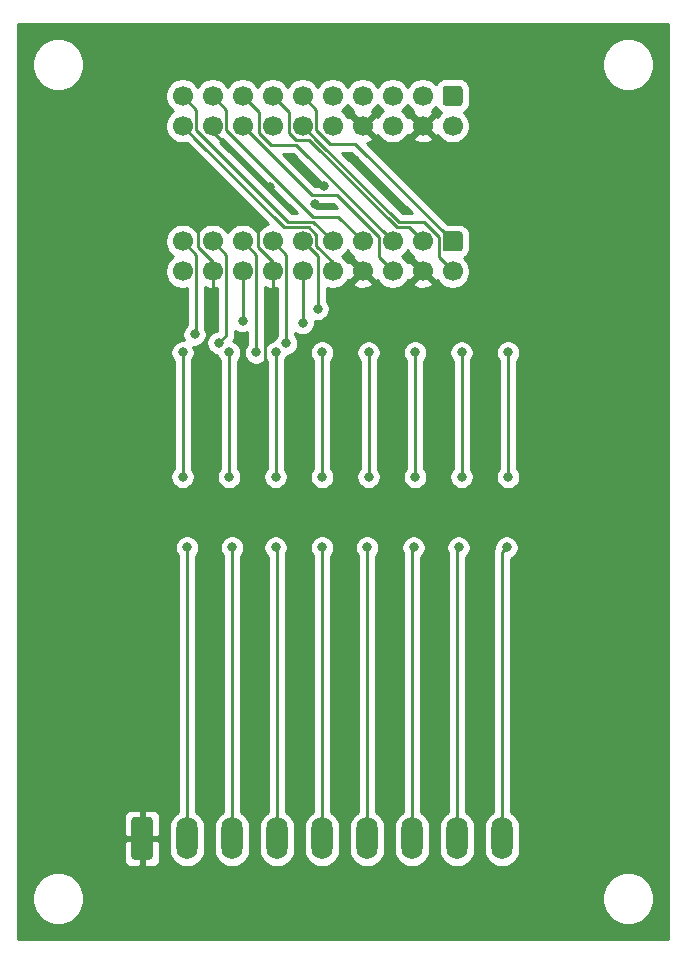
<source format=gbr>
%TF.GenerationSoftware,KiCad,Pcbnew,(5.1.6)-1*%
%TF.CreationDate,2021-03-16T16:30:30+01:00*%
%TF.ProjectId,24v-logic,3234762d-6c6f-4676-9963-2e6b69636164,rev?*%
%TF.SameCoordinates,Original*%
%TF.FileFunction,Copper,L2,Bot*%
%TF.FilePolarity,Positive*%
%FSLAX46Y46*%
G04 Gerber Fmt 4.6, Leading zero omitted, Abs format (unit mm)*
G04 Created by KiCad (PCBNEW (5.1.6)-1) date 2021-03-16 16:30:30*
%MOMM*%
%LPD*%
G01*
G04 APERTURE LIST*
%TA.AperFunction,ComponentPad*%
%ADD10C,1.700000*%
%TD*%
%TA.AperFunction,ComponentPad*%
%ADD11O,1.800000X3.600000*%
%TD*%
%TA.AperFunction,ViaPad*%
%ADD12C,0.800000*%
%TD*%
%TA.AperFunction,Conductor*%
%ADD13C,0.250000*%
%TD*%
%TA.AperFunction,Conductor*%
%ADD14C,0.254000*%
%TD*%
G04 APERTURE END LIST*
D10*
%TO.P,J3,20*%
%TO.N,D7*%
X97028000Y-81534000D03*
%TO.P,J3,18*%
%TO.N,GND*%
X99568000Y-81534000D03*
%TO.P,J3,16*%
%TO.N,D6*%
X102108000Y-81534000D03*
%TO.P,J3,14*%
%TO.N,GND*%
X104648000Y-81534000D03*
%TO.P,J3,12*%
%TO.N,D5*%
X107188000Y-81534000D03*
%TO.P,J3,10*%
%TO.N,D15*%
X109728000Y-81534000D03*
%TO.P,J3,8*%
%TO.N,GND*%
X112268000Y-81534000D03*
%TO.P,J3,6*%
%TO.N,D14*%
X114808000Y-81534000D03*
%TO.P,J3,4*%
%TO.N,GND*%
X117348000Y-81534000D03*
%TO.P,J3,2*%
%TO.N,D13*%
X119888000Y-81534000D03*
%TO.P,J3,19*%
%TO.N,D4*%
X97028000Y-78994000D03*
%TO.P,J3,17*%
%TO.N,D3*%
X99568000Y-78994000D03*
%TO.P,J3,15*%
%TO.N,D2*%
X102108000Y-78994000D03*
%TO.P,J3,13*%
%TO.N,D1*%
X104648000Y-78994000D03*
%TO.P,J3,11*%
%TO.N,D0*%
X107188000Y-78994000D03*
%TO.P,J3,9*%
%TO.N,D12*%
X109728000Y-78994000D03*
%TO.P,J3,7*%
%TO.N,D11*%
X112268000Y-78994000D03*
%TO.P,J3,5*%
%TO.N,D10*%
X114808000Y-78994000D03*
%TO.P,J3,3*%
%TO.N,D9*%
X117348000Y-78994000D03*
%TO.P,J3,1*%
%TO.N,D8*%
%TA.AperFunction,ComponentPad*%
G36*
G01*
X119288000Y-78144000D02*
X120488000Y-78144000D01*
G75*
G02*
X120738000Y-78394000I0J-250000D01*
G01*
X120738000Y-79594000D01*
G75*
G02*
X120488000Y-79844000I-250000J0D01*
G01*
X119288000Y-79844000D01*
G75*
G02*
X119038000Y-79594000I0J250000D01*
G01*
X119038000Y-78394000D01*
G75*
G02*
X119288000Y-78144000I250000J0D01*
G01*
G37*
%TD.AperFunction*%
%TD*%
D11*
%TO.P,J2,9*%
%TO.N,I24-7*%
X124079000Y-129540000D03*
%TO.P,J2,8*%
%TO.N,I24-6*%
X120269000Y-129540000D03*
%TO.P,J2,7*%
%TO.N,I24-5*%
X116459000Y-129540000D03*
%TO.P,J2,6*%
%TO.N,I24-4*%
X112649000Y-129540000D03*
%TO.P,J2,5*%
%TO.N,I24-3*%
X108839000Y-129540000D03*
%TO.P,J2,4*%
%TO.N,I24-2*%
X105029000Y-129540000D03*
%TO.P,J2,3*%
%TO.N,I24-1*%
X101219000Y-129540000D03*
%TO.P,J2,2*%
%TO.N,I24-0*%
X97409000Y-129540000D03*
%TO.P,J2,1*%
%TO.N,GND*%
%TA.AperFunction,ComponentPad*%
G36*
G01*
X92699000Y-131090000D02*
X92699000Y-127990000D01*
G75*
G02*
X92949000Y-127740000I250000J0D01*
G01*
X94249000Y-127740000D01*
G75*
G02*
X94499000Y-127990000I0J-250000D01*
G01*
X94499000Y-131090000D01*
G75*
G02*
X94249000Y-131340000I-250000J0D01*
G01*
X92949000Y-131340000D01*
G75*
G02*
X92699000Y-131090000I0J250000D01*
G01*
G37*
%TD.AperFunction*%
%TD*%
D10*
%TO.P,J1,20*%
%TO.N,D15*%
X97028000Y-69215000D03*
%TO.P,J1,18*%
%TO.N,GND*%
X99568000Y-69215000D03*
%TO.P,J1,16*%
%TO.N,D14*%
X102108000Y-69215000D03*
%TO.P,J1,14*%
%TO.N,GND*%
X104648000Y-69215000D03*
%TO.P,J1,12*%
%TO.N,D13*%
X107188000Y-69215000D03*
%TO.P,J1,10*%
%TO.N,D7*%
X109728000Y-69215000D03*
%TO.P,J1,8*%
%TO.N,GND*%
X112268000Y-69215000D03*
%TO.P,J1,6*%
%TO.N,D6*%
X114808000Y-69215000D03*
%TO.P,J1,4*%
%TO.N,GND*%
X117348000Y-69215000D03*
%TO.P,J1,2*%
%TO.N,D5*%
X119888000Y-69215000D03*
%TO.P,J1,19*%
%TO.N,D12*%
X97028000Y-66675000D03*
%TO.P,J1,17*%
%TO.N,D11*%
X99568000Y-66675000D03*
%TO.P,J1,15*%
%TO.N,D10*%
X102108000Y-66675000D03*
%TO.P,J1,13*%
%TO.N,D9*%
X104648000Y-66675000D03*
%TO.P,J1,11*%
%TO.N,D8*%
X107188000Y-66675000D03*
%TO.P,J1,9*%
%TO.N,D4*%
X109728000Y-66675000D03*
%TO.P,J1,7*%
%TO.N,D3*%
X112268000Y-66675000D03*
%TO.P,J1,5*%
%TO.N,D2*%
X114808000Y-66675000D03*
%TO.P,J1,3*%
%TO.N,D1*%
X117348000Y-66675000D03*
%TO.P,J1,1*%
%TO.N,D0*%
%TA.AperFunction,ComponentPad*%
G36*
G01*
X119288000Y-65825000D02*
X120488000Y-65825000D01*
G75*
G02*
X120738000Y-66075000I0J-250000D01*
G01*
X120738000Y-67275000D01*
G75*
G02*
X120488000Y-67525000I-250000J0D01*
G01*
X119288000Y-67525000D01*
G75*
G02*
X119038000Y-67275000I0J250000D01*
G01*
X119038000Y-66075000D01*
G75*
G02*
X119288000Y-65825000I250000J0D01*
G01*
G37*
%TD.AperFunction*%
%TD*%
D12*
%TO.N,D0*%
X97028000Y-98933000D03*
X97028000Y-88392000D03*
X108458000Y-84709000D03*
%TO.N,D1*%
X100965000Y-98933000D03*
X100965000Y-88392000D03*
X105791000Y-87630000D03*
%TO.N,D2*%
X104902000Y-88392000D03*
X104902000Y-98933000D03*
X103251000Y-88392000D03*
%TO.N,D3*%
X108839000Y-98933000D03*
X108839000Y-88392000D03*
X100076000Y-87593010D03*
%TO.N,D4*%
X112776000Y-88392000D03*
X112776000Y-98933000D03*
X98044000Y-86868000D03*
%TO.N,D5*%
X116713000Y-98933000D03*
X116713000Y-88392000D03*
X107188000Y-85926018D03*
%TO.N,GND*%
X102235000Y-75946000D03*
X104394000Y-74422000D03*
X106553000Y-72263000D03*
X114300000Y-74930000D03*
X111633000Y-72136000D03*
X108966000Y-74295000D03*
X108204000Y-75819000D03*
X129921000Y-72517000D03*
X129667000Y-83820000D03*
X129667000Y-98044000D03*
X129794000Y-110363000D03*
X90170000Y-110236000D03*
X91186000Y-98171000D03*
X91059000Y-83820000D03*
X90678000Y-72644000D03*
X90551000Y-62738000D03*
X130048000Y-63119000D03*
X107315000Y-62357000D03*
X98679000Y-72644000D03*
X116586000Y-72136000D03*
%TO.N,D6*%
X120650000Y-88392000D03*
X120650000Y-98933000D03*
X102108000Y-85725000D03*
%TO.N,D7*%
X124587000Y-98933000D03*
X124587000Y-88392000D03*
%TO.N,I24-7*%
X124460000Y-104902000D03*
%TO.N,I24-6*%
X120396000Y-104902000D03*
%TO.N,I24-5*%
X116586000Y-104902000D03*
%TO.N,I24-4*%
X112649000Y-104902000D03*
%TO.N,I24-3*%
X108839000Y-104902000D03*
%TO.N,I24-2*%
X104902000Y-104902000D03*
%TO.N,I24-1*%
X101219000Y-104902000D03*
%TO.N,I24-0*%
X97409000Y-104902000D03*
%TD*%
D13*
%TO.N,D0*%
X97028000Y-98933000D02*
X97028000Y-88392000D01*
X108458000Y-80264000D02*
X107188000Y-78994000D01*
X108458000Y-84709000D02*
X108458000Y-80264000D01*
%TO.N,D1*%
X100965000Y-98933000D02*
X100965000Y-88392000D01*
X105823001Y-80169001D02*
X104648000Y-78994000D01*
X105823001Y-83533999D02*
X105823001Y-80169001D01*
X105791000Y-83566000D02*
X105823001Y-83533999D01*
X105791000Y-87630000D02*
X105791000Y-83566000D01*
%TO.N,D2*%
X104902000Y-88392000D02*
X104902000Y-98933000D01*
X102108000Y-78994000D02*
X103283001Y-80169001D01*
X103283001Y-80169001D02*
X103283001Y-85057999D01*
X103251000Y-85090000D02*
X103283001Y-85057999D01*
X103251000Y-88392000D02*
X103251000Y-85090000D01*
%TO.N,D3*%
X108839000Y-98933000D02*
X108839000Y-88392000D01*
X99568000Y-78994000D02*
X100743001Y-80169001D01*
X100743001Y-86926009D02*
X100076000Y-87593010D01*
X100743001Y-80169001D02*
X100743001Y-86926009D01*
%TO.N,D4*%
X112776000Y-88392000D02*
X112776000Y-98933000D01*
X98203001Y-80169001D02*
X97028000Y-78994000D01*
X98203001Y-86708999D02*
X98203001Y-80169001D01*
X98044000Y-86868000D02*
X98203001Y-86708999D01*
%TO.N,D8*%
X107188000Y-66675000D02*
X108363001Y-67850001D01*
X108363001Y-67850001D02*
X108363001Y-69589003D01*
X108363001Y-69589003D02*
X109512998Y-70739000D01*
X111633000Y-70739000D02*
X119888000Y-78994000D01*
X109512998Y-70739000D02*
X111633000Y-70739000D01*
%TO.N,D9*%
X107726591Y-70390001D02*
X106623999Y-70390001D01*
X106623999Y-70390001D02*
X106012999Y-69779001D01*
X106012999Y-69779001D02*
X106012999Y-68039999D01*
X106012999Y-68039999D02*
X104648000Y-66675000D01*
X116172999Y-77818999D02*
X115155588Y-77818999D01*
X115155588Y-77818999D02*
X107726591Y-70390001D01*
X117348000Y-78994000D02*
X116172999Y-77818999D01*
%TO.N,D10*%
X104534010Y-70840012D02*
X103472999Y-69779001D01*
X103472999Y-68039999D02*
X102108000Y-66675000D01*
X106654012Y-70840012D02*
X104534010Y-70840012D01*
X114808000Y-78994000D02*
X106654012Y-70840012D01*
X103472999Y-69779001D02*
X103472999Y-68039999D01*
%TO.N,D11*%
X108072975Y-76918977D02*
X100743001Y-69589003D01*
X110192977Y-76918977D02*
X108072975Y-76918977D01*
X100743001Y-67850001D02*
X99568000Y-66675000D01*
X100743001Y-69589003D02*
X100743001Y-67850001D01*
X112268000Y-78994000D02*
X110192977Y-76918977D01*
%TO.N,D12*%
X98203001Y-69589003D02*
X98203001Y-67850001D01*
X98203001Y-67850001D02*
X97028000Y-66675000D01*
X105982986Y-77368988D02*
X98203001Y-69589003D01*
X109728000Y-78994000D02*
X108102988Y-77368988D01*
X108102988Y-77368988D02*
X105982986Y-77368988D01*
%TO.N,D5*%
X116713000Y-98933000D02*
X116713000Y-88392000D01*
X107188000Y-81534000D02*
X107188000Y-85926018D01*
%TO.N,GND*%
X99568000Y-81534000D02*
X99568000Y-84709000D01*
X104648000Y-81534000D02*
X104648000Y-86995000D01*
X104648000Y-86995000D02*
X104013000Y-87630000D01*
X104013000Y-87630000D02*
X104013000Y-90678000D01*
X99568000Y-80733002D02*
X98298000Y-79463002D01*
X99568000Y-81534000D02*
X99568000Y-80733002D01*
X98298000Y-79463002D02*
X98298000Y-77343000D01*
X104648000Y-80733002D02*
X103378000Y-79463002D01*
X104648000Y-81534000D02*
X104648000Y-80733002D01*
X103378000Y-79463002D02*
X103378000Y-77597000D01*
X99568000Y-69215000D02*
X99568000Y-69723000D01*
X99568000Y-69723000D02*
X100330000Y-70485000D01*
%TO.N,D6*%
X120650000Y-88392000D02*
X120650000Y-98933000D01*
X102108000Y-81534000D02*
X102108000Y-85725000D01*
%TO.N,D7*%
X124587000Y-98933000D02*
X124587000Y-88392000D01*
%TO.N,D13*%
X108363001Y-70390001D02*
X107188000Y-69215000D01*
X118712990Y-80358990D02*
X118712990Y-78619988D01*
X119888000Y-81534000D02*
X118712990Y-80358990D01*
X117461990Y-77368988D02*
X115341988Y-77368988D01*
X115341988Y-77368988D02*
X108363001Y-70390001D01*
X118712990Y-78619988D02*
X117461990Y-77368988D01*
%TO.N,D14*%
X113632999Y-78619997D02*
X110070002Y-75057000D01*
X114808000Y-81534000D02*
X113632999Y-80358999D01*
X113632999Y-80358999D02*
X113632999Y-78619997D01*
X107950000Y-75057000D02*
X102108000Y-69215000D01*
X110070002Y-75057000D02*
X107950000Y-75057000D01*
%TO.N,D15*%
X108363001Y-79368003D02*
X108363001Y-78429999D01*
X109728000Y-80733002D02*
X108363001Y-79368003D01*
X109728000Y-81534000D02*
X109728000Y-80733002D01*
X105631999Y-77818999D02*
X98107500Y-70294500D01*
X108363001Y-78429999D02*
X107752001Y-77818999D01*
X98203001Y-70390001D02*
X98107500Y-70294500D01*
X98107500Y-70294500D02*
X97028000Y-69215000D01*
X107752001Y-77818999D02*
X105631999Y-77818999D01*
%TO.N,I24-7*%
X124079000Y-129540000D02*
X124079000Y-105283000D01*
X124079000Y-105283000D02*
X124460000Y-104902000D01*
%TO.N,I24-6*%
X120269000Y-129540000D02*
X120269000Y-105029000D01*
X120269000Y-105029000D02*
X120396000Y-104902000D01*
%TO.N,I24-5*%
X116459000Y-129540000D02*
X116459000Y-105029000D01*
X116459000Y-105029000D02*
X116586000Y-104902000D01*
%TO.N,I24-4*%
X112649000Y-129540000D02*
X112649000Y-104902000D01*
%TO.N,I24-3*%
X108839000Y-129540000D02*
X108839000Y-104902000D01*
%TO.N,I24-2*%
X105029000Y-129540000D02*
X105029000Y-105029000D01*
X105029000Y-105029000D02*
X104902000Y-104902000D01*
%TO.N,I24-1*%
X101219000Y-129540000D02*
X101219000Y-104902000D01*
%TO.N,I24-0*%
X97409000Y-129540000D02*
X97409000Y-104902000D01*
%TD*%
D14*
%TO.N,GND*%
G36*
X138151001Y-138024000D02*
G01*
X83083000Y-138024000D01*
X83083000Y-134399872D01*
X84252000Y-134399872D01*
X84252000Y-134840128D01*
X84337890Y-135271925D01*
X84506369Y-135678669D01*
X84750962Y-136044729D01*
X85062271Y-136356038D01*
X85428331Y-136600631D01*
X85835075Y-136769110D01*
X86266872Y-136855000D01*
X86707128Y-136855000D01*
X87138925Y-136769110D01*
X87545669Y-136600631D01*
X87911729Y-136356038D01*
X88223038Y-136044729D01*
X88467631Y-135678669D01*
X88636110Y-135271925D01*
X88722000Y-134840128D01*
X88722000Y-134399872D01*
X132512000Y-134399872D01*
X132512000Y-134840128D01*
X132597890Y-135271925D01*
X132766369Y-135678669D01*
X133010962Y-136044729D01*
X133322271Y-136356038D01*
X133688331Y-136600631D01*
X134095075Y-136769110D01*
X134526872Y-136855000D01*
X134967128Y-136855000D01*
X135398925Y-136769110D01*
X135805669Y-136600631D01*
X136171729Y-136356038D01*
X136483038Y-136044729D01*
X136727631Y-135678669D01*
X136896110Y-135271925D01*
X136982000Y-134840128D01*
X136982000Y-134399872D01*
X136896110Y-133968075D01*
X136727631Y-133561331D01*
X136483038Y-133195271D01*
X136171729Y-132883962D01*
X135805669Y-132639369D01*
X135398925Y-132470890D01*
X134967128Y-132385000D01*
X134526872Y-132385000D01*
X134095075Y-132470890D01*
X133688331Y-132639369D01*
X133322271Y-132883962D01*
X133010962Y-133195271D01*
X132766369Y-133561331D01*
X132597890Y-133968075D01*
X132512000Y-134399872D01*
X88722000Y-134399872D01*
X88636110Y-133968075D01*
X88467631Y-133561331D01*
X88223038Y-133195271D01*
X87911729Y-132883962D01*
X87545669Y-132639369D01*
X87138925Y-132470890D01*
X86707128Y-132385000D01*
X86266872Y-132385000D01*
X85835075Y-132470890D01*
X85428331Y-132639369D01*
X85062271Y-132883962D01*
X84750962Y-133195271D01*
X84506369Y-133561331D01*
X84337890Y-133968075D01*
X84252000Y-134399872D01*
X83083000Y-134399872D01*
X83083000Y-131340000D01*
X92060928Y-131340000D01*
X92073188Y-131464482D01*
X92109498Y-131584180D01*
X92168463Y-131694494D01*
X92247815Y-131791185D01*
X92344506Y-131870537D01*
X92454820Y-131929502D01*
X92574518Y-131965812D01*
X92699000Y-131978072D01*
X93313250Y-131975000D01*
X93472000Y-131816250D01*
X93472000Y-129667000D01*
X93726000Y-129667000D01*
X93726000Y-131816250D01*
X93884750Y-131975000D01*
X94499000Y-131978072D01*
X94623482Y-131965812D01*
X94743180Y-131929502D01*
X94853494Y-131870537D01*
X94950185Y-131791185D01*
X95029537Y-131694494D01*
X95088502Y-131584180D01*
X95124812Y-131464482D01*
X95137072Y-131340000D01*
X95134000Y-129825750D01*
X94975250Y-129667000D01*
X93726000Y-129667000D01*
X93472000Y-129667000D01*
X92222750Y-129667000D01*
X92064000Y-129825750D01*
X92060928Y-131340000D01*
X83083000Y-131340000D01*
X83083000Y-127740000D01*
X92060928Y-127740000D01*
X92064000Y-129254250D01*
X92222750Y-129413000D01*
X93472000Y-129413000D01*
X93472000Y-127263750D01*
X93726000Y-127263750D01*
X93726000Y-129413000D01*
X94975250Y-129413000D01*
X95134000Y-129254250D01*
X95135399Y-128564593D01*
X95874000Y-128564593D01*
X95874000Y-130515408D01*
X95896211Y-130740913D01*
X95983984Y-131030261D01*
X96126520Y-131296927D01*
X96318340Y-131530661D01*
X96552074Y-131722481D01*
X96818740Y-131865017D01*
X97108088Y-131952790D01*
X97409000Y-131982427D01*
X97709913Y-131952790D01*
X97999261Y-131865017D01*
X98265927Y-131722481D01*
X98499661Y-131530661D01*
X98691481Y-131296927D01*
X98834017Y-131030261D01*
X98921790Y-130740913D01*
X98944000Y-130515408D01*
X98944000Y-128564593D01*
X99684000Y-128564593D01*
X99684000Y-130515408D01*
X99706211Y-130740913D01*
X99793984Y-131030261D01*
X99936520Y-131296927D01*
X100128340Y-131530661D01*
X100362074Y-131722481D01*
X100628740Y-131865017D01*
X100918088Y-131952790D01*
X101219000Y-131982427D01*
X101519913Y-131952790D01*
X101809261Y-131865017D01*
X102075927Y-131722481D01*
X102309661Y-131530661D01*
X102501481Y-131296927D01*
X102644017Y-131030261D01*
X102731790Y-130740913D01*
X102754000Y-130515408D01*
X102754000Y-128564593D01*
X103494000Y-128564593D01*
X103494000Y-130515408D01*
X103516211Y-130740913D01*
X103603984Y-131030261D01*
X103746520Y-131296927D01*
X103938340Y-131530661D01*
X104172074Y-131722481D01*
X104438740Y-131865017D01*
X104728088Y-131952790D01*
X105029000Y-131982427D01*
X105329913Y-131952790D01*
X105619261Y-131865017D01*
X105885927Y-131722481D01*
X106119661Y-131530661D01*
X106311481Y-131296927D01*
X106454017Y-131030261D01*
X106541790Y-130740913D01*
X106564000Y-130515408D01*
X106564000Y-128564593D01*
X107304000Y-128564593D01*
X107304000Y-130515408D01*
X107326211Y-130740913D01*
X107413984Y-131030261D01*
X107556520Y-131296927D01*
X107748340Y-131530661D01*
X107982074Y-131722481D01*
X108248740Y-131865017D01*
X108538088Y-131952790D01*
X108839000Y-131982427D01*
X109139913Y-131952790D01*
X109429261Y-131865017D01*
X109695927Y-131722481D01*
X109929661Y-131530661D01*
X110121481Y-131296927D01*
X110264017Y-131030261D01*
X110351790Y-130740913D01*
X110374000Y-130515408D01*
X110374000Y-128564593D01*
X111114000Y-128564593D01*
X111114000Y-130515408D01*
X111136211Y-130740913D01*
X111223984Y-131030261D01*
X111366520Y-131296927D01*
X111558340Y-131530661D01*
X111792074Y-131722481D01*
X112058740Y-131865017D01*
X112348088Y-131952790D01*
X112649000Y-131982427D01*
X112949913Y-131952790D01*
X113239261Y-131865017D01*
X113505927Y-131722481D01*
X113739661Y-131530661D01*
X113931481Y-131296927D01*
X114074017Y-131030261D01*
X114161790Y-130740913D01*
X114184000Y-130515408D01*
X114184000Y-128564593D01*
X114924000Y-128564593D01*
X114924000Y-130515408D01*
X114946211Y-130740913D01*
X115033984Y-131030261D01*
X115176520Y-131296927D01*
X115368340Y-131530661D01*
X115602074Y-131722481D01*
X115868740Y-131865017D01*
X116158088Y-131952790D01*
X116459000Y-131982427D01*
X116759913Y-131952790D01*
X117049261Y-131865017D01*
X117315927Y-131722481D01*
X117549661Y-131530661D01*
X117741481Y-131296927D01*
X117884017Y-131030261D01*
X117971790Y-130740913D01*
X117994000Y-130515408D01*
X117994000Y-128564593D01*
X118734000Y-128564593D01*
X118734000Y-130515408D01*
X118756211Y-130740913D01*
X118843984Y-131030261D01*
X118986520Y-131296927D01*
X119178340Y-131530661D01*
X119412074Y-131722481D01*
X119678740Y-131865017D01*
X119968088Y-131952790D01*
X120269000Y-131982427D01*
X120569913Y-131952790D01*
X120859261Y-131865017D01*
X121125927Y-131722481D01*
X121359661Y-131530661D01*
X121551481Y-131296927D01*
X121694017Y-131030261D01*
X121781790Y-130740913D01*
X121804000Y-130515408D01*
X121804000Y-128564593D01*
X122544000Y-128564593D01*
X122544000Y-130515408D01*
X122566211Y-130740913D01*
X122653984Y-131030261D01*
X122796520Y-131296927D01*
X122988340Y-131530661D01*
X123222074Y-131722481D01*
X123488740Y-131865017D01*
X123778088Y-131952790D01*
X124079000Y-131982427D01*
X124379913Y-131952790D01*
X124669261Y-131865017D01*
X124935927Y-131722481D01*
X125169661Y-131530661D01*
X125361481Y-131296927D01*
X125504017Y-131030261D01*
X125591790Y-130740913D01*
X125614000Y-130515408D01*
X125614000Y-128564592D01*
X125591790Y-128339087D01*
X125504017Y-128049739D01*
X125361481Y-127783073D01*
X125169661Y-127549339D01*
X124935926Y-127357519D01*
X124839000Y-127305711D01*
X124839000Y-105865289D01*
X124950256Y-105819205D01*
X125119774Y-105705937D01*
X125263937Y-105561774D01*
X125377205Y-105392256D01*
X125455226Y-105203898D01*
X125495000Y-105003939D01*
X125495000Y-104800061D01*
X125455226Y-104600102D01*
X125377205Y-104411744D01*
X125263937Y-104242226D01*
X125119774Y-104098063D01*
X124950256Y-103984795D01*
X124761898Y-103906774D01*
X124561939Y-103867000D01*
X124358061Y-103867000D01*
X124158102Y-103906774D01*
X123969744Y-103984795D01*
X123800226Y-104098063D01*
X123656063Y-104242226D01*
X123542795Y-104411744D01*
X123464774Y-104600102D01*
X123425000Y-104800061D01*
X123425000Y-104894319D01*
X123373454Y-104990754D01*
X123343180Y-105090558D01*
X123329998Y-105134014D01*
X123323115Y-105203898D01*
X123315324Y-105283000D01*
X123319001Y-105320333D01*
X123319000Y-127305710D01*
X123222073Y-127357519D01*
X122988339Y-127549339D01*
X122796519Y-127783074D01*
X122653983Y-128049740D01*
X122566210Y-128339088D01*
X122544000Y-128564593D01*
X121804000Y-128564593D01*
X121804000Y-128564592D01*
X121781790Y-128339087D01*
X121694017Y-128049739D01*
X121551481Y-127783073D01*
X121359661Y-127549339D01*
X121125926Y-127357519D01*
X121029000Y-127305711D01*
X121029000Y-105723827D01*
X121055774Y-105705937D01*
X121199937Y-105561774D01*
X121313205Y-105392256D01*
X121391226Y-105203898D01*
X121431000Y-105003939D01*
X121431000Y-104800061D01*
X121391226Y-104600102D01*
X121313205Y-104411744D01*
X121199937Y-104242226D01*
X121055774Y-104098063D01*
X120886256Y-103984795D01*
X120697898Y-103906774D01*
X120497939Y-103867000D01*
X120294061Y-103867000D01*
X120094102Y-103906774D01*
X119905744Y-103984795D01*
X119736226Y-104098063D01*
X119592063Y-104242226D01*
X119478795Y-104411744D01*
X119400774Y-104600102D01*
X119361000Y-104800061D01*
X119361000Y-105003939D01*
X119400774Y-105203898D01*
X119478795Y-105392256D01*
X119509001Y-105437463D01*
X119509000Y-127305710D01*
X119412073Y-127357519D01*
X119178339Y-127549339D01*
X118986519Y-127783074D01*
X118843983Y-128049740D01*
X118756210Y-128339088D01*
X118734000Y-128564593D01*
X117994000Y-128564593D01*
X117994000Y-128564592D01*
X117971790Y-128339087D01*
X117884017Y-128049739D01*
X117741481Y-127783073D01*
X117549661Y-127549339D01*
X117315926Y-127357519D01*
X117219000Y-127305711D01*
X117219000Y-105723827D01*
X117245774Y-105705937D01*
X117389937Y-105561774D01*
X117503205Y-105392256D01*
X117581226Y-105203898D01*
X117621000Y-105003939D01*
X117621000Y-104800061D01*
X117581226Y-104600102D01*
X117503205Y-104411744D01*
X117389937Y-104242226D01*
X117245774Y-104098063D01*
X117076256Y-103984795D01*
X116887898Y-103906774D01*
X116687939Y-103867000D01*
X116484061Y-103867000D01*
X116284102Y-103906774D01*
X116095744Y-103984795D01*
X115926226Y-104098063D01*
X115782063Y-104242226D01*
X115668795Y-104411744D01*
X115590774Y-104600102D01*
X115551000Y-104800061D01*
X115551000Y-105003939D01*
X115590774Y-105203898D01*
X115668795Y-105392256D01*
X115699001Y-105437463D01*
X115699000Y-127305710D01*
X115602073Y-127357519D01*
X115368339Y-127549339D01*
X115176519Y-127783074D01*
X115033983Y-128049740D01*
X114946210Y-128339088D01*
X114924000Y-128564593D01*
X114184000Y-128564593D01*
X114184000Y-128564592D01*
X114161790Y-128339087D01*
X114074017Y-128049739D01*
X113931481Y-127783073D01*
X113739661Y-127549339D01*
X113505926Y-127357519D01*
X113409000Y-127305711D01*
X113409000Y-105605711D01*
X113452937Y-105561774D01*
X113566205Y-105392256D01*
X113644226Y-105203898D01*
X113684000Y-105003939D01*
X113684000Y-104800061D01*
X113644226Y-104600102D01*
X113566205Y-104411744D01*
X113452937Y-104242226D01*
X113308774Y-104098063D01*
X113139256Y-103984795D01*
X112950898Y-103906774D01*
X112750939Y-103867000D01*
X112547061Y-103867000D01*
X112347102Y-103906774D01*
X112158744Y-103984795D01*
X111989226Y-104098063D01*
X111845063Y-104242226D01*
X111731795Y-104411744D01*
X111653774Y-104600102D01*
X111614000Y-104800061D01*
X111614000Y-105003939D01*
X111653774Y-105203898D01*
X111731795Y-105392256D01*
X111845063Y-105561774D01*
X111889001Y-105605712D01*
X111889000Y-127305710D01*
X111792073Y-127357519D01*
X111558339Y-127549339D01*
X111366519Y-127783074D01*
X111223983Y-128049740D01*
X111136210Y-128339088D01*
X111114000Y-128564593D01*
X110374000Y-128564593D01*
X110374000Y-128564592D01*
X110351790Y-128339087D01*
X110264017Y-128049739D01*
X110121481Y-127783073D01*
X109929661Y-127549339D01*
X109695926Y-127357519D01*
X109599000Y-127305711D01*
X109599000Y-105605711D01*
X109642937Y-105561774D01*
X109756205Y-105392256D01*
X109834226Y-105203898D01*
X109874000Y-105003939D01*
X109874000Y-104800061D01*
X109834226Y-104600102D01*
X109756205Y-104411744D01*
X109642937Y-104242226D01*
X109498774Y-104098063D01*
X109329256Y-103984795D01*
X109140898Y-103906774D01*
X108940939Y-103867000D01*
X108737061Y-103867000D01*
X108537102Y-103906774D01*
X108348744Y-103984795D01*
X108179226Y-104098063D01*
X108035063Y-104242226D01*
X107921795Y-104411744D01*
X107843774Y-104600102D01*
X107804000Y-104800061D01*
X107804000Y-105003939D01*
X107843774Y-105203898D01*
X107921795Y-105392256D01*
X108035063Y-105561774D01*
X108079001Y-105605712D01*
X108079000Y-127305710D01*
X107982073Y-127357519D01*
X107748339Y-127549339D01*
X107556519Y-127783074D01*
X107413983Y-128049740D01*
X107326210Y-128339088D01*
X107304000Y-128564593D01*
X106564000Y-128564593D01*
X106564000Y-128564592D01*
X106541790Y-128339087D01*
X106454017Y-128049739D01*
X106311481Y-127783073D01*
X106119661Y-127549339D01*
X105885926Y-127357519D01*
X105789000Y-127305711D01*
X105789000Y-105437461D01*
X105819205Y-105392256D01*
X105897226Y-105203898D01*
X105937000Y-105003939D01*
X105937000Y-104800061D01*
X105897226Y-104600102D01*
X105819205Y-104411744D01*
X105705937Y-104242226D01*
X105561774Y-104098063D01*
X105392256Y-103984795D01*
X105203898Y-103906774D01*
X105003939Y-103867000D01*
X104800061Y-103867000D01*
X104600102Y-103906774D01*
X104411744Y-103984795D01*
X104242226Y-104098063D01*
X104098063Y-104242226D01*
X103984795Y-104411744D01*
X103906774Y-104600102D01*
X103867000Y-104800061D01*
X103867000Y-105003939D01*
X103906774Y-105203898D01*
X103984795Y-105392256D01*
X104098063Y-105561774D01*
X104242226Y-105705937D01*
X104269001Y-105723827D01*
X104269000Y-127305710D01*
X104172073Y-127357519D01*
X103938339Y-127549339D01*
X103746519Y-127783074D01*
X103603983Y-128049740D01*
X103516210Y-128339088D01*
X103494000Y-128564593D01*
X102754000Y-128564593D01*
X102754000Y-128564592D01*
X102731790Y-128339087D01*
X102644017Y-128049739D01*
X102501481Y-127783073D01*
X102309661Y-127549339D01*
X102075926Y-127357519D01*
X101979000Y-127305711D01*
X101979000Y-105605711D01*
X102022937Y-105561774D01*
X102136205Y-105392256D01*
X102214226Y-105203898D01*
X102254000Y-105003939D01*
X102254000Y-104800061D01*
X102214226Y-104600102D01*
X102136205Y-104411744D01*
X102022937Y-104242226D01*
X101878774Y-104098063D01*
X101709256Y-103984795D01*
X101520898Y-103906774D01*
X101320939Y-103867000D01*
X101117061Y-103867000D01*
X100917102Y-103906774D01*
X100728744Y-103984795D01*
X100559226Y-104098063D01*
X100415063Y-104242226D01*
X100301795Y-104411744D01*
X100223774Y-104600102D01*
X100184000Y-104800061D01*
X100184000Y-105003939D01*
X100223774Y-105203898D01*
X100301795Y-105392256D01*
X100415063Y-105561774D01*
X100459001Y-105605712D01*
X100459000Y-127305710D01*
X100362073Y-127357519D01*
X100128339Y-127549339D01*
X99936519Y-127783074D01*
X99793983Y-128049740D01*
X99706210Y-128339088D01*
X99684000Y-128564593D01*
X98944000Y-128564593D01*
X98944000Y-128564592D01*
X98921790Y-128339087D01*
X98834017Y-128049739D01*
X98691481Y-127783073D01*
X98499661Y-127549339D01*
X98265926Y-127357519D01*
X98169000Y-127305711D01*
X98169000Y-105605711D01*
X98212937Y-105561774D01*
X98326205Y-105392256D01*
X98404226Y-105203898D01*
X98444000Y-105003939D01*
X98444000Y-104800061D01*
X98404226Y-104600102D01*
X98326205Y-104411744D01*
X98212937Y-104242226D01*
X98068774Y-104098063D01*
X97899256Y-103984795D01*
X97710898Y-103906774D01*
X97510939Y-103867000D01*
X97307061Y-103867000D01*
X97107102Y-103906774D01*
X96918744Y-103984795D01*
X96749226Y-104098063D01*
X96605063Y-104242226D01*
X96491795Y-104411744D01*
X96413774Y-104600102D01*
X96374000Y-104800061D01*
X96374000Y-105003939D01*
X96413774Y-105203898D01*
X96491795Y-105392256D01*
X96605063Y-105561774D01*
X96649001Y-105605712D01*
X96649000Y-127305710D01*
X96552073Y-127357519D01*
X96318339Y-127549339D01*
X96126519Y-127783074D01*
X95983983Y-128049740D01*
X95896210Y-128339088D01*
X95874000Y-128564593D01*
X95135399Y-128564593D01*
X95137072Y-127740000D01*
X95124812Y-127615518D01*
X95088502Y-127495820D01*
X95029537Y-127385506D01*
X94950185Y-127288815D01*
X94853494Y-127209463D01*
X94743180Y-127150498D01*
X94623482Y-127114188D01*
X94499000Y-127101928D01*
X93884750Y-127105000D01*
X93726000Y-127263750D01*
X93472000Y-127263750D01*
X93313250Y-127105000D01*
X92699000Y-127101928D01*
X92574518Y-127114188D01*
X92454820Y-127150498D01*
X92344506Y-127209463D01*
X92247815Y-127288815D01*
X92168463Y-127385506D01*
X92109498Y-127495820D01*
X92073188Y-127615518D01*
X92060928Y-127740000D01*
X83083000Y-127740000D01*
X83083000Y-66528740D01*
X95543000Y-66528740D01*
X95543000Y-66821260D01*
X95600068Y-67108158D01*
X95712010Y-67378411D01*
X95874525Y-67621632D01*
X96081368Y-67828475D01*
X96255760Y-67945000D01*
X96081368Y-68061525D01*
X95874525Y-68268368D01*
X95712010Y-68511589D01*
X95600068Y-68781842D01*
X95543000Y-69068740D01*
X95543000Y-69361260D01*
X95600068Y-69648158D01*
X95712010Y-69918411D01*
X95874525Y-70161632D01*
X96081368Y-70368475D01*
X96324589Y-70530990D01*
X96594842Y-70642932D01*
X96881740Y-70700000D01*
X97174260Y-70700000D01*
X97394408Y-70656210D01*
X97596497Y-70858299D01*
X97596503Y-70858304D01*
X104289430Y-77551231D01*
X104214842Y-77566068D01*
X103944589Y-77678010D01*
X103701368Y-77840525D01*
X103494525Y-78047368D01*
X103378000Y-78221760D01*
X103261475Y-78047368D01*
X103054632Y-77840525D01*
X102811411Y-77678010D01*
X102541158Y-77566068D01*
X102254260Y-77509000D01*
X101961740Y-77509000D01*
X101674842Y-77566068D01*
X101404589Y-77678010D01*
X101161368Y-77840525D01*
X100954525Y-78047368D01*
X100838000Y-78221760D01*
X100721475Y-78047368D01*
X100514632Y-77840525D01*
X100271411Y-77678010D01*
X100001158Y-77566068D01*
X99714260Y-77509000D01*
X99421740Y-77509000D01*
X99134842Y-77566068D01*
X98864589Y-77678010D01*
X98621368Y-77840525D01*
X98414525Y-78047368D01*
X98298000Y-78221760D01*
X98181475Y-78047368D01*
X97974632Y-77840525D01*
X97731411Y-77678010D01*
X97461158Y-77566068D01*
X97174260Y-77509000D01*
X96881740Y-77509000D01*
X96594842Y-77566068D01*
X96324589Y-77678010D01*
X96081368Y-77840525D01*
X95874525Y-78047368D01*
X95712010Y-78290589D01*
X95600068Y-78560842D01*
X95543000Y-78847740D01*
X95543000Y-79140260D01*
X95600068Y-79427158D01*
X95712010Y-79697411D01*
X95874525Y-79940632D01*
X96081368Y-80147475D01*
X96255760Y-80264000D01*
X96081368Y-80380525D01*
X95874525Y-80587368D01*
X95712010Y-80830589D01*
X95600068Y-81100842D01*
X95543000Y-81387740D01*
X95543000Y-81680260D01*
X95600068Y-81967158D01*
X95712010Y-82237411D01*
X95874525Y-82480632D01*
X96081368Y-82687475D01*
X96324589Y-82849990D01*
X96594842Y-82961932D01*
X96881740Y-83019000D01*
X97174260Y-83019000D01*
X97443002Y-82965544D01*
X97443001Y-86024791D01*
X97384226Y-86064063D01*
X97240063Y-86208226D01*
X97126795Y-86377744D01*
X97048774Y-86566102D01*
X97009000Y-86766061D01*
X97009000Y-86969939D01*
X97048774Y-87169898D01*
X97126275Y-87357000D01*
X96926061Y-87357000D01*
X96726102Y-87396774D01*
X96537744Y-87474795D01*
X96368226Y-87588063D01*
X96224063Y-87732226D01*
X96110795Y-87901744D01*
X96032774Y-88090102D01*
X95993000Y-88290061D01*
X95993000Y-88493939D01*
X96032774Y-88693898D01*
X96110795Y-88882256D01*
X96224063Y-89051774D01*
X96268001Y-89095712D01*
X96268000Y-98229289D01*
X96224063Y-98273226D01*
X96110795Y-98442744D01*
X96032774Y-98631102D01*
X95993000Y-98831061D01*
X95993000Y-99034939D01*
X96032774Y-99234898D01*
X96110795Y-99423256D01*
X96224063Y-99592774D01*
X96368226Y-99736937D01*
X96537744Y-99850205D01*
X96726102Y-99928226D01*
X96926061Y-99968000D01*
X97129939Y-99968000D01*
X97329898Y-99928226D01*
X97518256Y-99850205D01*
X97687774Y-99736937D01*
X97831937Y-99592774D01*
X97945205Y-99423256D01*
X98023226Y-99234898D01*
X98063000Y-99034939D01*
X98063000Y-98831061D01*
X98023226Y-98631102D01*
X97945205Y-98442744D01*
X97831937Y-98273226D01*
X97788000Y-98229289D01*
X97788000Y-89095711D01*
X97831937Y-89051774D01*
X97945205Y-88882256D01*
X98023226Y-88693898D01*
X98063000Y-88493939D01*
X98063000Y-88290061D01*
X98023226Y-88090102D01*
X97945725Y-87903000D01*
X98145939Y-87903000D01*
X98345898Y-87863226D01*
X98534256Y-87785205D01*
X98703774Y-87671937D01*
X98847937Y-87527774D01*
X98961205Y-87358256D01*
X99039226Y-87169898D01*
X99079000Y-86969939D01*
X99079000Y-86766061D01*
X99039226Y-86566102D01*
X98963001Y-86382080D01*
X98963001Y-82890699D01*
X99060883Y-82937371D01*
X99344411Y-83009339D01*
X99636531Y-83024611D01*
X99926019Y-82982599D01*
X99983001Y-82962412D01*
X99983002Y-86558010D01*
X99974061Y-86558010D01*
X99774102Y-86597784D01*
X99585744Y-86675805D01*
X99416226Y-86789073D01*
X99272063Y-86933236D01*
X99158795Y-87102754D01*
X99080774Y-87291112D01*
X99041000Y-87491071D01*
X99041000Y-87694949D01*
X99080774Y-87894908D01*
X99158795Y-88083266D01*
X99272063Y-88252784D01*
X99416226Y-88396947D01*
X99585744Y-88510215D01*
X99774102Y-88588236D01*
X99955952Y-88624408D01*
X99969774Y-88693898D01*
X100047795Y-88882256D01*
X100161063Y-89051774D01*
X100205001Y-89095712D01*
X100205000Y-98229289D01*
X100161063Y-98273226D01*
X100047795Y-98442744D01*
X99969774Y-98631102D01*
X99930000Y-98831061D01*
X99930000Y-99034939D01*
X99969774Y-99234898D01*
X100047795Y-99423256D01*
X100161063Y-99592774D01*
X100305226Y-99736937D01*
X100474744Y-99850205D01*
X100663102Y-99928226D01*
X100863061Y-99968000D01*
X101066939Y-99968000D01*
X101266898Y-99928226D01*
X101455256Y-99850205D01*
X101624774Y-99736937D01*
X101768937Y-99592774D01*
X101882205Y-99423256D01*
X101960226Y-99234898D01*
X102000000Y-99034939D01*
X102000000Y-98831061D01*
X101960226Y-98631102D01*
X101882205Y-98442744D01*
X101768937Y-98273226D01*
X101725000Y-98229289D01*
X101725000Y-89095711D01*
X101768937Y-89051774D01*
X101882205Y-88882256D01*
X101960226Y-88693898D01*
X102000000Y-88493939D01*
X102000000Y-88290061D01*
X101960226Y-88090102D01*
X101882205Y-87901744D01*
X101768937Y-87732226D01*
X101624774Y-87588063D01*
X101455256Y-87474795D01*
X101321322Y-87419317D01*
X101377975Y-87350285D01*
X101448547Y-87218256D01*
X101492004Y-87074995D01*
X101503001Y-86963342D01*
X101503001Y-86963332D01*
X101506677Y-86926009D01*
X101503001Y-86888686D01*
X101503001Y-86565536D01*
X101617744Y-86642205D01*
X101806102Y-86720226D01*
X102006061Y-86760000D01*
X102209939Y-86760000D01*
X102409898Y-86720226D01*
X102491001Y-86686632D01*
X102491000Y-87688289D01*
X102447063Y-87732226D01*
X102333795Y-87901744D01*
X102255774Y-88090102D01*
X102216000Y-88290061D01*
X102216000Y-88493939D01*
X102255774Y-88693898D01*
X102333795Y-88882256D01*
X102447063Y-89051774D01*
X102591226Y-89195937D01*
X102760744Y-89309205D01*
X102949102Y-89387226D01*
X103149061Y-89427000D01*
X103352939Y-89427000D01*
X103552898Y-89387226D01*
X103741256Y-89309205D01*
X103910774Y-89195937D01*
X104054937Y-89051774D01*
X104076500Y-89019503D01*
X104098063Y-89051774D01*
X104142000Y-89095711D01*
X104142001Y-98229288D01*
X104098063Y-98273226D01*
X103984795Y-98442744D01*
X103906774Y-98631102D01*
X103867000Y-98831061D01*
X103867000Y-99034939D01*
X103906774Y-99234898D01*
X103984795Y-99423256D01*
X104098063Y-99592774D01*
X104242226Y-99736937D01*
X104411744Y-99850205D01*
X104600102Y-99928226D01*
X104800061Y-99968000D01*
X105003939Y-99968000D01*
X105203898Y-99928226D01*
X105392256Y-99850205D01*
X105561774Y-99736937D01*
X105705937Y-99592774D01*
X105819205Y-99423256D01*
X105897226Y-99234898D01*
X105937000Y-99034939D01*
X105937000Y-98831061D01*
X105897226Y-98631102D01*
X105819205Y-98442744D01*
X105705937Y-98273226D01*
X105662000Y-98229289D01*
X105662000Y-89095711D01*
X105705937Y-89051774D01*
X105819205Y-88882256D01*
X105897226Y-88693898D01*
X105903388Y-88662922D01*
X106092898Y-88625226D01*
X106281256Y-88547205D01*
X106450774Y-88433937D01*
X106594650Y-88290061D01*
X107804000Y-88290061D01*
X107804000Y-88493939D01*
X107843774Y-88693898D01*
X107921795Y-88882256D01*
X108035063Y-89051774D01*
X108079001Y-89095712D01*
X108079000Y-98229289D01*
X108035063Y-98273226D01*
X107921795Y-98442744D01*
X107843774Y-98631102D01*
X107804000Y-98831061D01*
X107804000Y-99034939D01*
X107843774Y-99234898D01*
X107921795Y-99423256D01*
X108035063Y-99592774D01*
X108179226Y-99736937D01*
X108348744Y-99850205D01*
X108537102Y-99928226D01*
X108737061Y-99968000D01*
X108940939Y-99968000D01*
X109140898Y-99928226D01*
X109329256Y-99850205D01*
X109498774Y-99736937D01*
X109642937Y-99592774D01*
X109756205Y-99423256D01*
X109834226Y-99234898D01*
X109874000Y-99034939D01*
X109874000Y-98831061D01*
X109834226Y-98631102D01*
X109756205Y-98442744D01*
X109642937Y-98273226D01*
X109599000Y-98229289D01*
X109599000Y-89095711D01*
X109642937Y-89051774D01*
X109756205Y-88882256D01*
X109834226Y-88693898D01*
X109874000Y-88493939D01*
X109874000Y-88290061D01*
X111741000Y-88290061D01*
X111741000Y-88493939D01*
X111780774Y-88693898D01*
X111858795Y-88882256D01*
X111972063Y-89051774D01*
X112016000Y-89095711D01*
X112016001Y-98229288D01*
X111972063Y-98273226D01*
X111858795Y-98442744D01*
X111780774Y-98631102D01*
X111741000Y-98831061D01*
X111741000Y-99034939D01*
X111780774Y-99234898D01*
X111858795Y-99423256D01*
X111972063Y-99592774D01*
X112116226Y-99736937D01*
X112285744Y-99850205D01*
X112474102Y-99928226D01*
X112674061Y-99968000D01*
X112877939Y-99968000D01*
X113077898Y-99928226D01*
X113266256Y-99850205D01*
X113435774Y-99736937D01*
X113579937Y-99592774D01*
X113693205Y-99423256D01*
X113771226Y-99234898D01*
X113811000Y-99034939D01*
X113811000Y-98831061D01*
X113771226Y-98631102D01*
X113693205Y-98442744D01*
X113579937Y-98273226D01*
X113536000Y-98229289D01*
X113536000Y-89095711D01*
X113579937Y-89051774D01*
X113693205Y-88882256D01*
X113771226Y-88693898D01*
X113811000Y-88493939D01*
X113811000Y-88290061D01*
X115678000Y-88290061D01*
X115678000Y-88493939D01*
X115717774Y-88693898D01*
X115795795Y-88882256D01*
X115909063Y-89051774D01*
X115953001Y-89095712D01*
X115953000Y-98229289D01*
X115909063Y-98273226D01*
X115795795Y-98442744D01*
X115717774Y-98631102D01*
X115678000Y-98831061D01*
X115678000Y-99034939D01*
X115717774Y-99234898D01*
X115795795Y-99423256D01*
X115909063Y-99592774D01*
X116053226Y-99736937D01*
X116222744Y-99850205D01*
X116411102Y-99928226D01*
X116611061Y-99968000D01*
X116814939Y-99968000D01*
X117014898Y-99928226D01*
X117203256Y-99850205D01*
X117372774Y-99736937D01*
X117516937Y-99592774D01*
X117630205Y-99423256D01*
X117708226Y-99234898D01*
X117748000Y-99034939D01*
X117748000Y-98831061D01*
X117708226Y-98631102D01*
X117630205Y-98442744D01*
X117516937Y-98273226D01*
X117473000Y-98229289D01*
X117473000Y-89095711D01*
X117516937Y-89051774D01*
X117630205Y-88882256D01*
X117708226Y-88693898D01*
X117748000Y-88493939D01*
X117748000Y-88290061D01*
X119615000Y-88290061D01*
X119615000Y-88493939D01*
X119654774Y-88693898D01*
X119732795Y-88882256D01*
X119846063Y-89051774D01*
X119890000Y-89095711D01*
X119890001Y-98229288D01*
X119846063Y-98273226D01*
X119732795Y-98442744D01*
X119654774Y-98631102D01*
X119615000Y-98831061D01*
X119615000Y-99034939D01*
X119654774Y-99234898D01*
X119732795Y-99423256D01*
X119846063Y-99592774D01*
X119990226Y-99736937D01*
X120159744Y-99850205D01*
X120348102Y-99928226D01*
X120548061Y-99968000D01*
X120751939Y-99968000D01*
X120951898Y-99928226D01*
X121140256Y-99850205D01*
X121309774Y-99736937D01*
X121453937Y-99592774D01*
X121567205Y-99423256D01*
X121645226Y-99234898D01*
X121685000Y-99034939D01*
X121685000Y-98831061D01*
X121645226Y-98631102D01*
X121567205Y-98442744D01*
X121453937Y-98273226D01*
X121410000Y-98229289D01*
X121410000Y-89095711D01*
X121453937Y-89051774D01*
X121567205Y-88882256D01*
X121645226Y-88693898D01*
X121685000Y-88493939D01*
X121685000Y-88290061D01*
X123552000Y-88290061D01*
X123552000Y-88493939D01*
X123591774Y-88693898D01*
X123669795Y-88882256D01*
X123783063Y-89051774D01*
X123827001Y-89095712D01*
X123827000Y-98229289D01*
X123783063Y-98273226D01*
X123669795Y-98442744D01*
X123591774Y-98631102D01*
X123552000Y-98831061D01*
X123552000Y-99034939D01*
X123591774Y-99234898D01*
X123669795Y-99423256D01*
X123783063Y-99592774D01*
X123927226Y-99736937D01*
X124096744Y-99850205D01*
X124285102Y-99928226D01*
X124485061Y-99968000D01*
X124688939Y-99968000D01*
X124888898Y-99928226D01*
X125077256Y-99850205D01*
X125246774Y-99736937D01*
X125390937Y-99592774D01*
X125504205Y-99423256D01*
X125582226Y-99234898D01*
X125622000Y-99034939D01*
X125622000Y-98831061D01*
X125582226Y-98631102D01*
X125504205Y-98442744D01*
X125390937Y-98273226D01*
X125347000Y-98229289D01*
X125347000Y-89095711D01*
X125390937Y-89051774D01*
X125504205Y-88882256D01*
X125582226Y-88693898D01*
X125622000Y-88493939D01*
X125622000Y-88290061D01*
X125582226Y-88090102D01*
X125504205Y-87901744D01*
X125390937Y-87732226D01*
X125246774Y-87588063D01*
X125077256Y-87474795D01*
X124888898Y-87396774D01*
X124688939Y-87357000D01*
X124485061Y-87357000D01*
X124285102Y-87396774D01*
X124096744Y-87474795D01*
X123927226Y-87588063D01*
X123783063Y-87732226D01*
X123669795Y-87901744D01*
X123591774Y-88090102D01*
X123552000Y-88290061D01*
X121685000Y-88290061D01*
X121645226Y-88090102D01*
X121567205Y-87901744D01*
X121453937Y-87732226D01*
X121309774Y-87588063D01*
X121140256Y-87474795D01*
X120951898Y-87396774D01*
X120751939Y-87357000D01*
X120548061Y-87357000D01*
X120348102Y-87396774D01*
X120159744Y-87474795D01*
X119990226Y-87588063D01*
X119846063Y-87732226D01*
X119732795Y-87901744D01*
X119654774Y-88090102D01*
X119615000Y-88290061D01*
X117748000Y-88290061D01*
X117708226Y-88090102D01*
X117630205Y-87901744D01*
X117516937Y-87732226D01*
X117372774Y-87588063D01*
X117203256Y-87474795D01*
X117014898Y-87396774D01*
X116814939Y-87357000D01*
X116611061Y-87357000D01*
X116411102Y-87396774D01*
X116222744Y-87474795D01*
X116053226Y-87588063D01*
X115909063Y-87732226D01*
X115795795Y-87901744D01*
X115717774Y-88090102D01*
X115678000Y-88290061D01*
X113811000Y-88290061D01*
X113771226Y-88090102D01*
X113693205Y-87901744D01*
X113579937Y-87732226D01*
X113435774Y-87588063D01*
X113266256Y-87474795D01*
X113077898Y-87396774D01*
X112877939Y-87357000D01*
X112674061Y-87357000D01*
X112474102Y-87396774D01*
X112285744Y-87474795D01*
X112116226Y-87588063D01*
X111972063Y-87732226D01*
X111858795Y-87901744D01*
X111780774Y-88090102D01*
X111741000Y-88290061D01*
X109874000Y-88290061D01*
X109834226Y-88090102D01*
X109756205Y-87901744D01*
X109642937Y-87732226D01*
X109498774Y-87588063D01*
X109329256Y-87474795D01*
X109140898Y-87396774D01*
X108940939Y-87357000D01*
X108737061Y-87357000D01*
X108537102Y-87396774D01*
X108348744Y-87474795D01*
X108179226Y-87588063D01*
X108035063Y-87732226D01*
X107921795Y-87901744D01*
X107843774Y-88090102D01*
X107804000Y-88290061D01*
X106594650Y-88290061D01*
X106594937Y-88289774D01*
X106708205Y-88120256D01*
X106786226Y-87931898D01*
X106826000Y-87731939D01*
X106826000Y-87528061D01*
X106786226Y-87328102D01*
X106708205Y-87139744D01*
X106594937Y-86970226D01*
X106551000Y-86926289D01*
X106551000Y-86745172D01*
X106697744Y-86843223D01*
X106886102Y-86921244D01*
X107086061Y-86961018D01*
X107289939Y-86961018D01*
X107489898Y-86921244D01*
X107678256Y-86843223D01*
X107847774Y-86729955D01*
X107991937Y-86585792D01*
X108105205Y-86416274D01*
X108183226Y-86227916D01*
X108223000Y-86027957D01*
X108223000Y-85824079D01*
X108200934Y-85713144D01*
X108356061Y-85744000D01*
X108559939Y-85744000D01*
X108759898Y-85704226D01*
X108948256Y-85626205D01*
X109117774Y-85512937D01*
X109261937Y-85368774D01*
X109375205Y-85199256D01*
X109453226Y-85010898D01*
X109493000Y-84810939D01*
X109493000Y-84607061D01*
X109453226Y-84407102D01*
X109375205Y-84218744D01*
X109261937Y-84049226D01*
X109218000Y-84005289D01*
X109218000Y-82930103D01*
X109294842Y-82961932D01*
X109581740Y-83019000D01*
X109874260Y-83019000D01*
X110161158Y-82961932D01*
X110431411Y-82849990D01*
X110674632Y-82687475D01*
X110799710Y-82562397D01*
X111419208Y-82562397D01*
X111496843Y-82811472D01*
X111760883Y-82937371D01*
X112044411Y-83009339D01*
X112336531Y-83024611D01*
X112626019Y-82982599D01*
X112901747Y-82884919D01*
X113039157Y-82811472D01*
X113116792Y-82562397D01*
X112268000Y-81713605D01*
X111419208Y-82562397D01*
X110799710Y-82562397D01*
X110881475Y-82480632D01*
X110997311Y-82307271D01*
X111239603Y-82382792D01*
X112088395Y-81534000D01*
X111239603Y-80685208D01*
X110997311Y-80760729D01*
X110881475Y-80587368D01*
X110674632Y-80380525D01*
X110500240Y-80264000D01*
X110674632Y-80147475D01*
X110881475Y-79940632D01*
X110998000Y-79766240D01*
X111114525Y-79940632D01*
X111321368Y-80147475D01*
X111494729Y-80263311D01*
X111419208Y-80505603D01*
X112268000Y-81354395D01*
X112282143Y-81340253D01*
X112461748Y-81519858D01*
X112447605Y-81534000D01*
X113296397Y-82382792D01*
X113538689Y-82307271D01*
X113654525Y-82480632D01*
X113861368Y-82687475D01*
X114104589Y-82849990D01*
X114374842Y-82961932D01*
X114661740Y-83019000D01*
X114954260Y-83019000D01*
X115241158Y-82961932D01*
X115511411Y-82849990D01*
X115754632Y-82687475D01*
X115879710Y-82562397D01*
X116499208Y-82562397D01*
X116576843Y-82811472D01*
X116840883Y-82937371D01*
X117124411Y-83009339D01*
X117416531Y-83024611D01*
X117706019Y-82982599D01*
X117981747Y-82884919D01*
X118119157Y-82811472D01*
X118196792Y-82562397D01*
X117348000Y-81713605D01*
X116499208Y-82562397D01*
X115879710Y-82562397D01*
X115961475Y-82480632D01*
X116077311Y-82307271D01*
X116319603Y-82382792D01*
X117168395Y-81534000D01*
X116319603Y-80685208D01*
X116077311Y-80760729D01*
X115961475Y-80587368D01*
X115754632Y-80380525D01*
X115580240Y-80264000D01*
X115754632Y-80147475D01*
X115961475Y-79940632D01*
X116078000Y-79766240D01*
X116194525Y-79940632D01*
X116401368Y-80147475D01*
X116574729Y-80263311D01*
X116499208Y-80505603D01*
X117348000Y-81354395D01*
X117362143Y-81340253D01*
X117541748Y-81519858D01*
X117527605Y-81534000D01*
X118376397Y-82382792D01*
X118618689Y-82307271D01*
X118734525Y-82480632D01*
X118941368Y-82687475D01*
X119184589Y-82849990D01*
X119454842Y-82961932D01*
X119741740Y-83019000D01*
X120034260Y-83019000D01*
X120321158Y-82961932D01*
X120591411Y-82849990D01*
X120834632Y-82687475D01*
X121041475Y-82480632D01*
X121203990Y-82237411D01*
X121315932Y-81967158D01*
X121373000Y-81680260D01*
X121373000Y-81387740D01*
X121315932Y-81100842D01*
X121203990Y-80830589D01*
X121041475Y-80587368D01*
X120854392Y-80400285D01*
X120981386Y-80332405D01*
X121115962Y-80221962D01*
X121226405Y-80087386D01*
X121308472Y-79933850D01*
X121359008Y-79767254D01*
X121376072Y-79594000D01*
X121376072Y-78394000D01*
X121359008Y-78220746D01*
X121308472Y-78054150D01*
X121226405Y-77900614D01*
X121115962Y-77766038D01*
X120981386Y-77655595D01*
X120827850Y-77573528D01*
X120661254Y-77522992D01*
X120488000Y-77505928D01*
X119474730Y-77505928D01*
X112630731Y-70661930D01*
X112901747Y-70565919D01*
X113039157Y-70492472D01*
X113116792Y-70243397D01*
X112268000Y-69394605D01*
X112253858Y-69408748D01*
X112074253Y-69229143D01*
X112088395Y-69215000D01*
X111239603Y-68366208D01*
X110997311Y-68441729D01*
X110881475Y-68268368D01*
X110674632Y-68061525D01*
X110500240Y-67945000D01*
X110674632Y-67828475D01*
X110881475Y-67621632D01*
X110998000Y-67447240D01*
X111114525Y-67621632D01*
X111321368Y-67828475D01*
X111494729Y-67944311D01*
X111419208Y-68186603D01*
X112268000Y-69035395D01*
X113116792Y-68186603D01*
X113041271Y-67944311D01*
X113214632Y-67828475D01*
X113421475Y-67621632D01*
X113538000Y-67447240D01*
X113654525Y-67621632D01*
X113861368Y-67828475D01*
X114035760Y-67945000D01*
X113861368Y-68061525D01*
X113654525Y-68268368D01*
X113538689Y-68441729D01*
X113296397Y-68366208D01*
X112447605Y-69215000D01*
X113296397Y-70063792D01*
X113538689Y-69988271D01*
X113654525Y-70161632D01*
X113861368Y-70368475D01*
X114104589Y-70530990D01*
X114374842Y-70642932D01*
X114661740Y-70700000D01*
X114954260Y-70700000D01*
X115241158Y-70642932D01*
X115511411Y-70530990D01*
X115754632Y-70368475D01*
X115879710Y-70243397D01*
X116499208Y-70243397D01*
X116576843Y-70492472D01*
X116840883Y-70618371D01*
X117124411Y-70690339D01*
X117416531Y-70705611D01*
X117706019Y-70663599D01*
X117981747Y-70565919D01*
X118119157Y-70492472D01*
X118196792Y-70243397D01*
X117348000Y-69394605D01*
X116499208Y-70243397D01*
X115879710Y-70243397D01*
X115961475Y-70161632D01*
X116077311Y-69988271D01*
X116319603Y-70063792D01*
X117168395Y-69215000D01*
X116319603Y-68366208D01*
X116077311Y-68441729D01*
X115961475Y-68268368D01*
X115754632Y-68061525D01*
X115580240Y-67945000D01*
X115754632Y-67828475D01*
X115961475Y-67621632D01*
X116078000Y-67447240D01*
X116194525Y-67621632D01*
X116401368Y-67828475D01*
X116574729Y-67944311D01*
X116499208Y-68186603D01*
X117348000Y-69035395D01*
X118196792Y-68186603D01*
X118121271Y-67944311D01*
X118294632Y-67828475D01*
X118481715Y-67641392D01*
X118549595Y-67768386D01*
X118660038Y-67902962D01*
X118794614Y-68013405D01*
X118921608Y-68081285D01*
X118734525Y-68268368D01*
X118618689Y-68441729D01*
X118376397Y-68366208D01*
X117527605Y-69215000D01*
X118376397Y-70063792D01*
X118618689Y-69988271D01*
X118734525Y-70161632D01*
X118941368Y-70368475D01*
X119184589Y-70530990D01*
X119454842Y-70642932D01*
X119741740Y-70700000D01*
X120034260Y-70700000D01*
X120321158Y-70642932D01*
X120591411Y-70530990D01*
X120834632Y-70368475D01*
X121041475Y-70161632D01*
X121203990Y-69918411D01*
X121315932Y-69648158D01*
X121373000Y-69361260D01*
X121373000Y-69068740D01*
X121315932Y-68781842D01*
X121203990Y-68511589D01*
X121041475Y-68268368D01*
X120854392Y-68081285D01*
X120981386Y-68013405D01*
X121115962Y-67902962D01*
X121226405Y-67768386D01*
X121308472Y-67614850D01*
X121359008Y-67448254D01*
X121376072Y-67275000D01*
X121376072Y-66075000D01*
X121359008Y-65901746D01*
X121308472Y-65735150D01*
X121226405Y-65581614D01*
X121115962Y-65447038D01*
X120981386Y-65336595D01*
X120827850Y-65254528D01*
X120661254Y-65203992D01*
X120488000Y-65186928D01*
X119288000Y-65186928D01*
X119114746Y-65203992D01*
X118948150Y-65254528D01*
X118794614Y-65336595D01*
X118660038Y-65447038D01*
X118549595Y-65581614D01*
X118481715Y-65708608D01*
X118294632Y-65521525D01*
X118051411Y-65359010D01*
X117781158Y-65247068D01*
X117494260Y-65190000D01*
X117201740Y-65190000D01*
X116914842Y-65247068D01*
X116644589Y-65359010D01*
X116401368Y-65521525D01*
X116194525Y-65728368D01*
X116078000Y-65902760D01*
X115961475Y-65728368D01*
X115754632Y-65521525D01*
X115511411Y-65359010D01*
X115241158Y-65247068D01*
X114954260Y-65190000D01*
X114661740Y-65190000D01*
X114374842Y-65247068D01*
X114104589Y-65359010D01*
X113861368Y-65521525D01*
X113654525Y-65728368D01*
X113538000Y-65902760D01*
X113421475Y-65728368D01*
X113214632Y-65521525D01*
X112971411Y-65359010D01*
X112701158Y-65247068D01*
X112414260Y-65190000D01*
X112121740Y-65190000D01*
X111834842Y-65247068D01*
X111564589Y-65359010D01*
X111321368Y-65521525D01*
X111114525Y-65728368D01*
X110998000Y-65902760D01*
X110881475Y-65728368D01*
X110674632Y-65521525D01*
X110431411Y-65359010D01*
X110161158Y-65247068D01*
X109874260Y-65190000D01*
X109581740Y-65190000D01*
X109294842Y-65247068D01*
X109024589Y-65359010D01*
X108781368Y-65521525D01*
X108574525Y-65728368D01*
X108458000Y-65902760D01*
X108341475Y-65728368D01*
X108134632Y-65521525D01*
X107891411Y-65359010D01*
X107621158Y-65247068D01*
X107334260Y-65190000D01*
X107041740Y-65190000D01*
X106754842Y-65247068D01*
X106484589Y-65359010D01*
X106241368Y-65521525D01*
X106034525Y-65728368D01*
X105918000Y-65902760D01*
X105801475Y-65728368D01*
X105594632Y-65521525D01*
X105351411Y-65359010D01*
X105081158Y-65247068D01*
X104794260Y-65190000D01*
X104501740Y-65190000D01*
X104214842Y-65247068D01*
X103944589Y-65359010D01*
X103701368Y-65521525D01*
X103494525Y-65728368D01*
X103378000Y-65902760D01*
X103261475Y-65728368D01*
X103054632Y-65521525D01*
X102811411Y-65359010D01*
X102541158Y-65247068D01*
X102254260Y-65190000D01*
X101961740Y-65190000D01*
X101674842Y-65247068D01*
X101404589Y-65359010D01*
X101161368Y-65521525D01*
X100954525Y-65728368D01*
X100838000Y-65902760D01*
X100721475Y-65728368D01*
X100514632Y-65521525D01*
X100271411Y-65359010D01*
X100001158Y-65247068D01*
X99714260Y-65190000D01*
X99421740Y-65190000D01*
X99134842Y-65247068D01*
X98864589Y-65359010D01*
X98621368Y-65521525D01*
X98414525Y-65728368D01*
X98298000Y-65902760D01*
X98181475Y-65728368D01*
X97974632Y-65521525D01*
X97731411Y-65359010D01*
X97461158Y-65247068D01*
X97174260Y-65190000D01*
X96881740Y-65190000D01*
X96594842Y-65247068D01*
X96324589Y-65359010D01*
X96081368Y-65521525D01*
X95874525Y-65728368D01*
X95712010Y-65971589D01*
X95600068Y-66241842D01*
X95543000Y-66528740D01*
X83083000Y-66528740D01*
X83083000Y-63787872D01*
X84252000Y-63787872D01*
X84252000Y-64228128D01*
X84337890Y-64659925D01*
X84506369Y-65066669D01*
X84750962Y-65432729D01*
X85062271Y-65744038D01*
X85428331Y-65988631D01*
X85835075Y-66157110D01*
X86266872Y-66243000D01*
X86707128Y-66243000D01*
X87138925Y-66157110D01*
X87545669Y-65988631D01*
X87911729Y-65744038D01*
X88223038Y-65432729D01*
X88467631Y-65066669D01*
X88636110Y-64659925D01*
X88722000Y-64228128D01*
X88722000Y-63787872D01*
X132512000Y-63787872D01*
X132512000Y-64228128D01*
X132597890Y-64659925D01*
X132766369Y-65066669D01*
X133010962Y-65432729D01*
X133322271Y-65744038D01*
X133688331Y-65988631D01*
X134095075Y-66157110D01*
X134526872Y-66243000D01*
X134967128Y-66243000D01*
X135398925Y-66157110D01*
X135805669Y-65988631D01*
X136171729Y-65744038D01*
X136483038Y-65432729D01*
X136727631Y-65066669D01*
X136896110Y-64659925D01*
X136982000Y-64228128D01*
X136982000Y-63787872D01*
X136896110Y-63356075D01*
X136727631Y-62949331D01*
X136483038Y-62583271D01*
X136171729Y-62271962D01*
X135805669Y-62027369D01*
X135398925Y-61858890D01*
X134967128Y-61773000D01*
X134526872Y-61773000D01*
X134095075Y-61858890D01*
X133688331Y-62027369D01*
X133322271Y-62271962D01*
X133010962Y-62583271D01*
X132766369Y-62949331D01*
X132597890Y-63356075D01*
X132512000Y-63787872D01*
X88722000Y-63787872D01*
X88636110Y-63356075D01*
X88467631Y-62949331D01*
X88223038Y-62583271D01*
X87911729Y-62271962D01*
X87545669Y-62027369D01*
X87138925Y-61858890D01*
X86707128Y-61773000D01*
X86266872Y-61773000D01*
X85835075Y-61858890D01*
X85428331Y-62027369D01*
X85062271Y-62271962D01*
X84750962Y-62583271D01*
X84506369Y-62949331D01*
X84337890Y-63356075D01*
X84252000Y-63787872D01*
X83083000Y-63787872D01*
X83083000Y-60604000D01*
X138151000Y-60604000D01*
X138151001Y-138024000D01*
G37*
X138151001Y-138024000D02*
X83083000Y-138024000D01*
X83083000Y-134399872D01*
X84252000Y-134399872D01*
X84252000Y-134840128D01*
X84337890Y-135271925D01*
X84506369Y-135678669D01*
X84750962Y-136044729D01*
X85062271Y-136356038D01*
X85428331Y-136600631D01*
X85835075Y-136769110D01*
X86266872Y-136855000D01*
X86707128Y-136855000D01*
X87138925Y-136769110D01*
X87545669Y-136600631D01*
X87911729Y-136356038D01*
X88223038Y-136044729D01*
X88467631Y-135678669D01*
X88636110Y-135271925D01*
X88722000Y-134840128D01*
X88722000Y-134399872D01*
X132512000Y-134399872D01*
X132512000Y-134840128D01*
X132597890Y-135271925D01*
X132766369Y-135678669D01*
X133010962Y-136044729D01*
X133322271Y-136356038D01*
X133688331Y-136600631D01*
X134095075Y-136769110D01*
X134526872Y-136855000D01*
X134967128Y-136855000D01*
X135398925Y-136769110D01*
X135805669Y-136600631D01*
X136171729Y-136356038D01*
X136483038Y-136044729D01*
X136727631Y-135678669D01*
X136896110Y-135271925D01*
X136982000Y-134840128D01*
X136982000Y-134399872D01*
X136896110Y-133968075D01*
X136727631Y-133561331D01*
X136483038Y-133195271D01*
X136171729Y-132883962D01*
X135805669Y-132639369D01*
X135398925Y-132470890D01*
X134967128Y-132385000D01*
X134526872Y-132385000D01*
X134095075Y-132470890D01*
X133688331Y-132639369D01*
X133322271Y-132883962D01*
X133010962Y-133195271D01*
X132766369Y-133561331D01*
X132597890Y-133968075D01*
X132512000Y-134399872D01*
X88722000Y-134399872D01*
X88636110Y-133968075D01*
X88467631Y-133561331D01*
X88223038Y-133195271D01*
X87911729Y-132883962D01*
X87545669Y-132639369D01*
X87138925Y-132470890D01*
X86707128Y-132385000D01*
X86266872Y-132385000D01*
X85835075Y-132470890D01*
X85428331Y-132639369D01*
X85062271Y-132883962D01*
X84750962Y-133195271D01*
X84506369Y-133561331D01*
X84337890Y-133968075D01*
X84252000Y-134399872D01*
X83083000Y-134399872D01*
X83083000Y-131340000D01*
X92060928Y-131340000D01*
X92073188Y-131464482D01*
X92109498Y-131584180D01*
X92168463Y-131694494D01*
X92247815Y-131791185D01*
X92344506Y-131870537D01*
X92454820Y-131929502D01*
X92574518Y-131965812D01*
X92699000Y-131978072D01*
X93313250Y-131975000D01*
X93472000Y-131816250D01*
X93472000Y-129667000D01*
X93726000Y-129667000D01*
X93726000Y-131816250D01*
X93884750Y-131975000D01*
X94499000Y-131978072D01*
X94623482Y-131965812D01*
X94743180Y-131929502D01*
X94853494Y-131870537D01*
X94950185Y-131791185D01*
X95029537Y-131694494D01*
X95088502Y-131584180D01*
X95124812Y-131464482D01*
X95137072Y-131340000D01*
X95134000Y-129825750D01*
X94975250Y-129667000D01*
X93726000Y-129667000D01*
X93472000Y-129667000D01*
X92222750Y-129667000D01*
X92064000Y-129825750D01*
X92060928Y-131340000D01*
X83083000Y-131340000D01*
X83083000Y-127740000D01*
X92060928Y-127740000D01*
X92064000Y-129254250D01*
X92222750Y-129413000D01*
X93472000Y-129413000D01*
X93472000Y-127263750D01*
X93726000Y-127263750D01*
X93726000Y-129413000D01*
X94975250Y-129413000D01*
X95134000Y-129254250D01*
X95135399Y-128564593D01*
X95874000Y-128564593D01*
X95874000Y-130515408D01*
X95896211Y-130740913D01*
X95983984Y-131030261D01*
X96126520Y-131296927D01*
X96318340Y-131530661D01*
X96552074Y-131722481D01*
X96818740Y-131865017D01*
X97108088Y-131952790D01*
X97409000Y-131982427D01*
X97709913Y-131952790D01*
X97999261Y-131865017D01*
X98265927Y-131722481D01*
X98499661Y-131530661D01*
X98691481Y-131296927D01*
X98834017Y-131030261D01*
X98921790Y-130740913D01*
X98944000Y-130515408D01*
X98944000Y-128564593D01*
X99684000Y-128564593D01*
X99684000Y-130515408D01*
X99706211Y-130740913D01*
X99793984Y-131030261D01*
X99936520Y-131296927D01*
X100128340Y-131530661D01*
X100362074Y-131722481D01*
X100628740Y-131865017D01*
X100918088Y-131952790D01*
X101219000Y-131982427D01*
X101519913Y-131952790D01*
X101809261Y-131865017D01*
X102075927Y-131722481D01*
X102309661Y-131530661D01*
X102501481Y-131296927D01*
X102644017Y-131030261D01*
X102731790Y-130740913D01*
X102754000Y-130515408D01*
X102754000Y-128564593D01*
X103494000Y-128564593D01*
X103494000Y-130515408D01*
X103516211Y-130740913D01*
X103603984Y-131030261D01*
X103746520Y-131296927D01*
X103938340Y-131530661D01*
X104172074Y-131722481D01*
X104438740Y-131865017D01*
X104728088Y-131952790D01*
X105029000Y-131982427D01*
X105329913Y-131952790D01*
X105619261Y-131865017D01*
X105885927Y-131722481D01*
X106119661Y-131530661D01*
X106311481Y-131296927D01*
X106454017Y-131030261D01*
X106541790Y-130740913D01*
X106564000Y-130515408D01*
X106564000Y-128564593D01*
X107304000Y-128564593D01*
X107304000Y-130515408D01*
X107326211Y-130740913D01*
X107413984Y-131030261D01*
X107556520Y-131296927D01*
X107748340Y-131530661D01*
X107982074Y-131722481D01*
X108248740Y-131865017D01*
X108538088Y-131952790D01*
X108839000Y-131982427D01*
X109139913Y-131952790D01*
X109429261Y-131865017D01*
X109695927Y-131722481D01*
X109929661Y-131530661D01*
X110121481Y-131296927D01*
X110264017Y-131030261D01*
X110351790Y-130740913D01*
X110374000Y-130515408D01*
X110374000Y-128564593D01*
X111114000Y-128564593D01*
X111114000Y-130515408D01*
X111136211Y-130740913D01*
X111223984Y-131030261D01*
X111366520Y-131296927D01*
X111558340Y-131530661D01*
X111792074Y-131722481D01*
X112058740Y-131865017D01*
X112348088Y-131952790D01*
X112649000Y-131982427D01*
X112949913Y-131952790D01*
X113239261Y-131865017D01*
X113505927Y-131722481D01*
X113739661Y-131530661D01*
X113931481Y-131296927D01*
X114074017Y-131030261D01*
X114161790Y-130740913D01*
X114184000Y-130515408D01*
X114184000Y-128564593D01*
X114924000Y-128564593D01*
X114924000Y-130515408D01*
X114946211Y-130740913D01*
X115033984Y-131030261D01*
X115176520Y-131296927D01*
X115368340Y-131530661D01*
X115602074Y-131722481D01*
X115868740Y-131865017D01*
X116158088Y-131952790D01*
X116459000Y-131982427D01*
X116759913Y-131952790D01*
X117049261Y-131865017D01*
X117315927Y-131722481D01*
X117549661Y-131530661D01*
X117741481Y-131296927D01*
X117884017Y-131030261D01*
X117971790Y-130740913D01*
X117994000Y-130515408D01*
X117994000Y-128564593D01*
X118734000Y-128564593D01*
X118734000Y-130515408D01*
X118756211Y-130740913D01*
X118843984Y-131030261D01*
X118986520Y-131296927D01*
X119178340Y-131530661D01*
X119412074Y-131722481D01*
X119678740Y-131865017D01*
X119968088Y-131952790D01*
X120269000Y-131982427D01*
X120569913Y-131952790D01*
X120859261Y-131865017D01*
X121125927Y-131722481D01*
X121359661Y-131530661D01*
X121551481Y-131296927D01*
X121694017Y-131030261D01*
X121781790Y-130740913D01*
X121804000Y-130515408D01*
X121804000Y-128564593D01*
X122544000Y-128564593D01*
X122544000Y-130515408D01*
X122566211Y-130740913D01*
X122653984Y-131030261D01*
X122796520Y-131296927D01*
X122988340Y-131530661D01*
X123222074Y-131722481D01*
X123488740Y-131865017D01*
X123778088Y-131952790D01*
X124079000Y-131982427D01*
X124379913Y-131952790D01*
X124669261Y-131865017D01*
X124935927Y-131722481D01*
X125169661Y-131530661D01*
X125361481Y-131296927D01*
X125504017Y-131030261D01*
X125591790Y-130740913D01*
X125614000Y-130515408D01*
X125614000Y-128564592D01*
X125591790Y-128339087D01*
X125504017Y-128049739D01*
X125361481Y-127783073D01*
X125169661Y-127549339D01*
X124935926Y-127357519D01*
X124839000Y-127305711D01*
X124839000Y-105865289D01*
X124950256Y-105819205D01*
X125119774Y-105705937D01*
X125263937Y-105561774D01*
X125377205Y-105392256D01*
X125455226Y-105203898D01*
X125495000Y-105003939D01*
X125495000Y-104800061D01*
X125455226Y-104600102D01*
X125377205Y-104411744D01*
X125263937Y-104242226D01*
X125119774Y-104098063D01*
X124950256Y-103984795D01*
X124761898Y-103906774D01*
X124561939Y-103867000D01*
X124358061Y-103867000D01*
X124158102Y-103906774D01*
X123969744Y-103984795D01*
X123800226Y-104098063D01*
X123656063Y-104242226D01*
X123542795Y-104411744D01*
X123464774Y-104600102D01*
X123425000Y-104800061D01*
X123425000Y-104894319D01*
X123373454Y-104990754D01*
X123343180Y-105090558D01*
X123329998Y-105134014D01*
X123323115Y-105203898D01*
X123315324Y-105283000D01*
X123319001Y-105320333D01*
X123319000Y-127305710D01*
X123222073Y-127357519D01*
X122988339Y-127549339D01*
X122796519Y-127783074D01*
X122653983Y-128049740D01*
X122566210Y-128339088D01*
X122544000Y-128564593D01*
X121804000Y-128564593D01*
X121804000Y-128564592D01*
X121781790Y-128339087D01*
X121694017Y-128049739D01*
X121551481Y-127783073D01*
X121359661Y-127549339D01*
X121125926Y-127357519D01*
X121029000Y-127305711D01*
X121029000Y-105723827D01*
X121055774Y-105705937D01*
X121199937Y-105561774D01*
X121313205Y-105392256D01*
X121391226Y-105203898D01*
X121431000Y-105003939D01*
X121431000Y-104800061D01*
X121391226Y-104600102D01*
X121313205Y-104411744D01*
X121199937Y-104242226D01*
X121055774Y-104098063D01*
X120886256Y-103984795D01*
X120697898Y-103906774D01*
X120497939Y-103867000D01*
X120294061Y-103867000D01*
X120094102Y-103906774D01*
X119905744Y-103984795D01*
X119736226Y-104098063D01*
X119592063Y-104242226D01*
X119478795Y-104411744D01*
X119400774Y-104600102D01*
X119361000Y-104800061D01*
X119361000Y-105003939D01*
X119400774Y-105203898D01*
X119478795Y-105392256D01*
X119509001Y-105437463D01*
X119509000Y-127305710D01*
X119412073Y-127357519D01*
X119178339Y-127549339D01*
X118986519Y-127783074D01*
X118843983Y-128049740D01*
X118756210Y-128339088D01*
X118734000Y-128564593D01*
X117994000Y-128564593D01*
X117994000Y-128564592D01*
X117971790Y-128339087D01*
X117884017Y-128049739D01*
X117741481Y-127783073D01*
X117549661Y-127549339D01*
X117315926Y-127357519D01*
X117219000Y-127305711D01*
X117219000Y-105723827D01*
X117245774Y-105705937D01*
X117389937Y-105561774D01*
X117503205Y-105392256D01*
X117581226Y-105203898D01*
X117621000Y-105003939D01*
X117621000Y-104800061D01*
X117581226Y-104600102D01*
X117503205Y-104411744D01*
X117389937Y-104242226D01*
X117245774Y-104098063D01*
X117076256Y-103984795D01*
X116887898Y-103906774D01*
X116687939Y-103867000D01*
X116484061Y-103867000D01*
X116284102Y-103906774D01*
X116095744Y-103984795D01*
X115926226Y-104098063D01*
X115782063Y-104242226D01*
X115668795Y-104411744D01*
X115590774Y-104600102D01*
X115551000Y-104800061D01*
X115551000Y-105003939D01*
X115590774Y-105203898D01*
X115668795Y-105392256D01*
X115699001Y-105437463D01*
X115699000Y-127305710D01*
X115602073Y-127357519D01*
X115368339Y-127549339D01*
X115176519Y-127783074D01*
X115033983Y-128049740D01*
X114946210Y-128339088D01*
X114924000Y-128564593D01*
X114184000Y-128564593D01*
X114184000Y-128564592D01*
X114161790Y-128339087D01*
X114074017Y-128049739D01*
X113931481Y-127783073D01*
X113739661Y-127549339D01*
X113505926Y-127357519D01*
X113409000Y-127305711D01*
X113409000Y-105605711D01*
X113452937Y-105561774D01*
X113566205Y-105392256D01*
X113644226Y-105203898D01*
X113684000Y-105003939D01*
X113684000Y-104800061D01*
X113644226Y-104600102D01*
X113566205Y-104411744D01*
X113452937Y-104242226D01*
X113308774Y-104098063D01*
X113139256Y-103984795D01*
X112950898Y-103906774D01*
X112750939Y-103867000D01*
X112547061Y-103867000D01*
X112347102Y-103906774D01*
X112158744Y-103984795D01*
X111989226Y-104098063D01*
X111845063Y-104242226D01*
X111731795Y-104411744D01*
X111653774Y-104600102D01*
X111614000Y-104800061D01*
X111614000Y-105003939D01*
X111653774Y-105203898D01*
X111731795Y-105392256D01*
X111845063Y-105561774D01*
X111889001Y-105605712D01*
X111889000Y-127305710D01*
X111792073Y-127357519D01*
X111558339Y-127549339D01*
X111366519Y-127783074D01*
X111223983Y-128049740D01*
X111136210Y-128339088D01*
X111114000Y-128564593D01*
X110374000Y-128564593D01*
X110374000Y-128564592D01*
X110351790Y-128339087D01*
X110264017Y-128049739D01*
X110121481Y-127783073D01*
X109929661Y-127549339D01*
X109695926Y-127357519D01*
X109599000Y-127305711D01*
X109599000Y-105605711D01*
X109642937Y-105561774D01*
X109756205Y-105392256D01*
X109834226Y-105203898D01*
X109874000Y-105003939D01*
X109874000Y-104800061D01*
X109834226Y-104600102D01*
X109756205Y-104411744D01*
X109642937Y-104242226D01*
X109498774Y-104098063D01*
X109329256Y-103984795D01*
X109140898Y-103906774D01*
X108940939Y-103867000D01*
X108737061Y-103867000D01*
X108537102Y-103906774D01*
X108348744Y-103984795D01*
X108179226Y-104098063D01*
X108035063Y-104242226D01*
X107921795Y-104411744D01*
X107843774Y-104600102D01*
X107804000Y-104800061D01*
X107804000Y-105003939D01*
X107843774Y-105203898D01*
X107921795Y-105392256D01*
X108035063Y-105561774D01*
X108079001Y-105605712D01*
X108079000Y-127305710D01*
X107982073Y-127357519D01*
X107748339Y-127549339D01*
X107556519Y-127783074D01*
X107413983Y-128049740D01*
X107326210Y-128339088D01*
X107304000Y-128564593D01*
X106564000Y-128564593D01*
X106564000Y-128564592D01*
X106541790Y-128339087D01*
X106454017Y-128049739D01*
X106311481Y-127783073D01*
X106119661Y-127549339D01*
X105885926Y-127357519D01*
X105789000Y-127305711D01*
X105789000Y-105437461D01*
X105819205Y-105392256D01*
X105897226Y-105203898D01*
X105937000Y-105003939D01*
X105937000Y-104800061D01*
X105897226Y-104600102D01*
X105819205Y-104411744D01*
X105705937Y-104242226D01*
X105561774Y-104098063D01*
X105392256Y-103984795D01*
X105203898Y-103906774D01*
X105003939Y-103867000D01*
X104800061Y-103867000D01*
X104600102Y-103906774D01*
X104411744Y-103984795D01*
X104242226Y-104098063D01*
X104098063Y-104242226D01*
X103984795Y-104411744D01*
X103906774Y-104600102D01*
X103867000Y-104800061D01*
X103867000Y-105003939D01*
X103906774Y-105203898D01*
X103984795Y-105392256D01*
X104098063Y-105561774D01*
X104242226Y-105705937D01*
X104269001Y-105723827D01*
X104269000Y-127305710D01*
X104172073Y-127357519D01*
X103938339Y-127549339D01*
X103746519Y-127783074D01*
X103603983Y-128049740D01*
X103516210Y-128339088D01*
X103494000Y-128564593D01*
X102754000Y-128564593D01*
X102754000Y-128564592D01*
X102731790Y-128339087D01*
X102644017Y-128049739D01*
X102501481Y-127783073D01*
X102309661Y-127549339D01*
X102075926Y-127357519D01*
X101979000Y-127305711D01*
X101979000Y-105605711D01*
X102022937Y-105561774D01*
X102136205Y-105392256D01*
X102214226Y-105203898D01*
X102254000Y-105003939D01*
X102254000Y-104800061D01*
X102214226Y-104600102D01*
X102136205Y-104411744D01*
X102022937Y-104242226D01*
X101878774Y-104098063D01*
X101709256Y-103984795D01*
X101520898Y-103906774D01*
X101320939Y-103867000D01*
X101117061Y-103867000D01*
X100917102Y-103906774D01*
X100728744Y-103984795D01*
X100559226Y-104098063D01*
X100415063Y-104242226D01*
X100301795Y-104411744D01*
X100223774Y-104600102D01*
X100184000Y-104800061D01*
X100184000Y-105003939D01*
X100223774Y-105203898D01*
X100301795Y-105392256D01*
X100415063Y-105561774D01*
X100459001Y-105605712D01*
X100459000Y-127305710D01*
X100362073Y-127357519D01*
X100128339Y-127549339D01*
X99936519Y-127783074D01*
X99793983Y-128049740D01*
X99706210Y-128339088D01*
X99684000Y-128564593D01*
X98944000Y-128564593D01*
X98944000Y-128564592D01*
X98921790Y-128339087D01*
X98834017Y-128049739D01*
X98691481Y-127783073D01*
X98499661Y-127549339D01*
X98265926Y-127357519D01*
X98169000Y-127305711D01*
X98169000Y-105605711D01*
X98212937Y-105561774D01*
X98326205Y-105392256D01*
X98404226Y-105203898D01*
X98444000Y-105003939D01*
X98444000Y-104800061D01*
X98404226Y-104600102D01*
X98326205Y-104411744D01*
X98212937Y-104242226D01*
X98068774Y-104098063D01*
X97899256Y-103984795D01*
X97710898Y-103906774D01*
X97510939Y-103867000D01*
X97307061Y-103867000D01*
X97107102Y-103906774D01*
X96918744Y-103984795D01*
X96749226Y-104098063D01*
X96605063Y-104242226D01*
X96491795Y-104411744D01*
X96413774Y-104600102D01*
X96374000Y-104800061D01*
X96374000Y-105003939D01*
X96413774Y-105203898D01*
X96491795Y-105392256D01*
X96605063Y-105561774D01*
X96649001Y-105605712D01*
X96649000Y-127305710D01*
X96552073Y-127357519D01*
X96318339Y-127549339D01*
X96126519Y-127783074D01*
X95983983Y-128049740D01*
X95896210Y-128339088D01*
X95874000Y-128564593D01*
X95135399Y-128564593D01*
X95137072Y-127740000D01*
X95124812Y-127615518D01*
X95088502Y-127495820D01*
X95029537Y-127385506D01*
X94950185Y-127288815D01*
X94853494Y-127209463D01*
X94743180Y-127150498D01*
X94623482Y-127114188D01*
X94499000Y-127101928D01*
X93884750Y-127105000D01*
X93726000Y-127263750D01*
X93472000Y-127263750D01*
X93313250Y-127105000D01*
X92699000Y-127101928D01*
X92574518Y-127114188D01*
X92454820Y-127150498D01*
X92344506Y-127209463D01*
X92247815Y-127288815D01*
X92168463Y-127385506D01*
X92109498Y-127495820D01*
X92073188Y-127615518D01*
X92060928Y-127740000D01*
X83083000Y-127740000D01*
X83083000Y-66528740D01*
X95543000Y-66528740D01*
X95543000Y-66821260D01*
X95600068Y-67108158D01*
X95712010Y-67378411D01*
X95874525Y-67621632D01*
X96081368Y-67828475D01*
X96255760Y-67945000D01*
X96081368Y-68061525D01*
X95874525Y-68268368D01*
X95712010Y-68511589D01*
X95600068Y-68781842D01*
X95543000Y-69068740D01*
X95543000Y-69361260D01*
X95600068Y-69648158D01*
X95712010Y-69918411D01*
X95874525Y-70161632D01*
X96081368Y-70368475D01*
X96324589Y-70530990D01*
X96594842Y-70642932D01*
X96881740Y-70700000D01*
X97174260Y-70700000D01*
X97394408Y-70656210D01*
X97596497Y-70858299D01*
X97596503Y-70858304D01*
X104289430Y-77551231D01*
X104214842Y-77566068D01*
X103944589Y-77678010D01*
X103701368Y-77840525D01*
X103494525Y-78047368D01*
X103378000Y-78221760D01*
X103261475Y-78047368D01*
X103054632Y-77840525D01*
X102811411Y-77678010D01*
X102541158Y-77566068D01*
X102254260Y-77509000D01*
X101961740Y-77509000D01*
X101674842Y-77566068D01*
X101404589Y-77678010D01*
X101161368Y-77840525D01*
X100954525Y-78047368D01*
X100838000Y-78221760D01*
X100721475Y-78047368D01*
X100514632Y-77840525D01*
X100271411Y-77678010D01*
X100001158Y-77566068D01*
X99714260Y-77509000D01*
X99421740Y-77509000D01*
X99134842Y-77566068D01*
X98864589Y-77678010D01*
X98621368Y-77840525D01*
X98414525Y-78047368D01*
X98298000Y-78221760D01*
X98181475Y-78047368D01*
X97974632Y-77840525D01*
X97731411Y-77678010D01*
X97461158Y-77566068D01*
X97174260Y-77509000D01*
X96881740Y-77509000D01*
X96594842Y-77566068D01*
X96324589Y-77678010D01*
X96081368Y-77840525D01*
X95874525Y-78047368D01*
X95712010Y-78290589D01*
X95600068Y-78560842D01*
X95543000Y-78847740D01*
X95543000Y-79140260D01*
X95600068Y-79427158D01*
X95712010Y-79697411D01*
X95874525Y-79940632D01*
X96081368Y-80147475D01*
X96255760Y-80264000D01*
X96081368Y-80380525D01*
X95874525Y-80587368D01*
X95712010Y-80830589D01*
X95600068Y-81100842D01*
X95543000Y-81387740D01*
X95543000Y-81680260D01*
X95600068Y-81967158D01*
X95712010Y-82237411D01*
X95874525Y-82480632D01*
X96081368Y-82687475D01*
X96324589Y-82849990D01*
X96594842Y-82961932D01*
X96881740Y-83019000D01*
X97174260Y-83019000D01*
X97443002Y-82965544D01*
X97443001Y-86024791D01*
X97384226Y-86064063D01*
X97240063Y-86208226D01*
X97126795Y-86377744D01*
X97048774Y-86566102D01*
X97009000Y-86766061D01*
X97009000Y-86969939D01*
X97048774Y-87169898D01*
X97126275Y-87357000D01*
X96926061Y-87357000D01*
X96726102Y-87396774D01*
X96537744Y-87474795D01*
X96368226Y-87588063D01*
X96224063Y-87732226D01*
X96110795Y-87901744D01*
X96032774Y-88090102D01*
X95993000Y-88290061D01*
X95993000Y-88493939D01*
X96032774Y-88693898D01*
X96110795Y-88882256D01*
X96224063Y-89051774D01*
X96268001Y-89095712D01*
X96268000Y-98229289D01*
X96224063Y-98273226D01*
X96110795Y-98442744D01*
X96032774Y-98631102D01*
X95993000Y-98831061D01*
X95993000Y-99034939D01*
X96032774Y-99234898D01*
X96110795Y-99423256D01*
X96224063Y-99592774D01*
X96368226Y-99736937D01*
X96537744Y-99850205D01*
X96726102Y-99928226D01*
X96926061Y-99968000D01*
X97129939Y-99968000D01*
X97329898Y-99928226D01*
X97518256Y-99850205D01*
X97687774Y-99736937D01*
X97831937Y-99592774D01*
X97945205Y-99423256D01*
X98023226Y-99234898D01*
X98063000Y-99034939D01*
X98063000Y-98831061D01*
X98023226Y-98631102D01*
X97945205Y-98442744D01*
X97831937Y-98273226D01*
X97788000Y-98229289D01*
X97788000Y-89095711D01*
X97831937Y-89051774D01*
X97945205Y-88882256D01*
X98023226Y-88693898D01*
X98063000Y-88493939D01*
X98063000Y-88290061D01*
X98023226Y-88090102D01*
X97945725Y-87903000D01*
X98145939Y-87903000D01*
X98345898Y-87863226D01*
X98534256Y-87785205D01*
X98703774Y-87671937D01*
X98847937Y-87527774D01*
X98961205Y-87358256D01*
X99039226Y-87169898D01*
X99079000Y-86969939D01*
X99079000Y-86766061D01*
X99039226Y-86566102D01*
X98963001Y-86382080D01*
X98963001Y-82890699D01*
X99060883Y-82937371D01*
X99344411Y-83009339D01*
X99636531Y-83024611D01*
X99926019Y-82982599D01*
X99983001Y-82962412D01*
X99983002Y-86558010D01*
X99974061Y-86558010D01*
X99774102Y-86597784D01*
X99585744Y-86675805D01*
X99416226Y-86789073D01*
X99272063Y-86933236D01*
X99158795Y-87102754D01*
X99080774Y-87291112D01*
X99041000Y-87491071D01*
X99041000Y-87694949D01*
X99080774Y-87894908D01*
X99158795Y-88083266D01*
X99272063Y-88252784D01*
X99416226Y-88396947D01*
X99585744Y-88510215D01*
X99774102Y-88588236D01*
X99955952Y-88624408D01*
X99969774Y-88693898D01*
X100047795Y-88882256D01*
X100161063Y-89051774D01*
X100205001Y-89095712D01*
X100205000Y-98229289D01*
X100161063Y-98273226D01*
X100047795Y-98442744D01*
X99969774Y-98631102D01*
X99930000Y-98831061D01*
X99930000Y-99034939D01*
X99969774Y-99234898D01*
X100047795Y-99423256D01*
X100161063Y-99592774D01*
X100305226Y-99736937D01*
X100474744Y-99850205D01*
X100663102Y-99928226D01*
X100863061Y-99968000D01*
X101066939Y-99968000D01*
X101266898Y-99928226D01*
X101455256Y-99850205D01*
X101624774Y-99736937D01*
X101768937Y-99592774D01*
X101882205Y-99423256D01*
X101960226Y-99234898D01*
X102000000Y-99034939D01*
X102000000Y-98831061D01*
X101960226Y-98631102D01*
X101882205Y-98442744D01*
X101768937Y-98273226D01*
X101725000Y-98229289D01*
X101725000Y-89095711D01*
X101768937Y-89051774D01*
X101882205Y-88882256D01*
X101960226Y-88693898D01*
X102000000Y-88493939D01*
X102000000Y-88290061D01*
X101960226Y-88090102D01*
X101882205Y-87901744D01*
X101768937Y-87732226D01*
X101624774Y-87588063D01*
X101455256Y-87474795D01*
X101321322Y-87419317D01*
X101377975Y-87350285D01*
X101448547Y-87218256D01*
X101492004Y-87074995D01*
X101503001Y-86963342D01*
X101503001Y-86963332D01*
X101506677Y-86926009D01*
X101503001Y-86888686D01*
X101503001Y-86565536D01*
X101617744Y-86642205D01*
X101806102Y-86720226D01*
X102006061Y-86760000D01*
X102209939Y-86760000D01*
X102409898Y-86720226D01*
X102491001Y-86686632D01*
X102491000Y-87688289D01*
X102447063Y-87732226D01*
X102333795Y-87901744D01*
X102255774Y-88090102D01*
X102216000Y-88290061D01*
X102216000Y-88493939D01*
X102255774Y-88693898D01*
X102333795Y-88882256D01*
X102447063Y-89051774D01*
X102591226Y-89195937D01*
X102760744Y-89309205D01*
X102949102Y-89387226D01*
X103149061Y-89427000D01*
X103352939Y-89427000D01*
X103552898Y-89387226D01*
X103741256Y-89309205D01*
X103910774Y-89195937D01*
X104054937Y-89051774D01*
X104076500Y-89019503D01*
X104098063Y-89051774D01*
X104142000Y-89095711D01*
X104142001Y-98229288D01*
X104098063Y-98273226D01*
X103984795Y-98442744D01*
X103906774Y-98631102D01*
X103867000Y-98831061D01*
X103867000Y-99034939D01*
X103906774Y-99234898D01*
X103984795Y-99423256D01*
X104098063Y-99592774D01*
X104242226Y-99736937D01*
X104411744Y-99850205D01*
X104600102Y-99928226D01*
X104800061Y-99968000D01*
X105003939Y-99968000D01*
X105203898Y-99928226D01*
X105392256Y-99850205D01*
X105561774Y-99736937D01*
X105705937Y-99592774D01*
X105819205Y-99423256D01*
X105897226Y-99234898D01*
X105937000Y-99034939D01*
X105937000Y-98831061D01*
X105897226Y-98631102D01*
X105819205Y-98442744D01*
X105705937Y-98273226D01*
X105662000Y-98229289D01*
X105662000Y-89095711D01*
X105705937Y-89051774D01*
X105819205Y-88882256D01*
X105897226Y-88693898D01*
X105903388Y-88662922D01*
X106092898Y-88625226D01*
X106281256Y-88547205D01*
X106450774Y-88433937D01*
X106594650Y-88290061D01*
X107804000Y-88290061D01*
X107804000Y-88493939D01*
X107843774Y-88693898D01*
X107921795Y-88882256D01*
X108035063Y-89051774D01*
X108079001Y-89095712D01*
X108079000Y-98229289D01*
X108035063Y-98273226D01*
X107921795Y-98442744D01*
X107843774Y-98631102D01*
X107804000Y-98831061D01*
X107804000Y-99034939D01*
X107843774Y-99234898D01*
X107921795Y-99423256D01*
X108035063Y-99592774D01*
X108179226Y-99736937D01*
X108348744Y-99850205D01*
X108537102Y-99928226D01*
X108737061Y-99968000D01*
X108940939Y-99968000D01*
X109140898Y-99928226D01*
X109329256Y-99850205D01*
X109498774Y-99736937D01*
X109642937Y-99592774D01*
X109756205Y-99423256D01*
X109834226Y-99234898D01*
X109874000Y-99034939D01*
X109874000Y-98831061D01*
X109834226Y-98631102D01*
X109756205Y-98442744D01*
X109642937Y-98273226D01*
X109599000Y-98229289D01*
X109599000Y-89095711D01*
X109642937Y-89051774D01*
X109756205Y-88882256D01*
X109834226Y-88693898D01*
X109874000Y-88493939D01*
X109874000Y-88290061D01*
X111741000Y-88290061D01*
X111741000Y-88493939D01*
X111780774Y-88693898D01*
X111858795Y-88882256D01*
X111972063Y-89051774D01*
X112016000Y-89095711D01*
X112016001Y-98229288D01*
X111972063Y-98273226D01*
X111858795Y-98442744D01*
X111780774Y-98631102D01*
X111741000Y-98831061D01*
X111741000Y-99034939D01*
X111780774Y-99234898D01*
X111858795Y-99423256D01*
X111972063Y-99592774D01*
X112116226Y-99736937D01*
X112285744Y-99850205D01*
X112474102Y-99928226D01*
X112674061Y-99968000D01*
X112877939Y-99968000D01*
X113077898Y-99928226D01*
X113266256Y-99850205D01*
X113435774Y-99736937D01*
X113579937Y-99592774D01*
X113693205Y-99423256D01*
X113771226Y-99234898D01*
X113811000Y-99034939D01*
X113811000Y-98831061D01*
X113771226Y-98631102D01*
X113693205Y-98442744D01*
X113579937Y-98273226D01*
X113536000Y-98229289D01*
X113536000Y-89095711D01*
X113579937Y-89051774D01*
X113693205Y-88882256D01*
X113771226Y-88693898D01*
X113811000Y-88493939D01*
X113811000Y-88290061D01*
X115678000Y-88290061D01*
X115678000Y-88493939D01*
X115717774Y-88693898D01*
X115795795Y-88882256D01*
X115909063Y-89051774D01*
X115953001Y-89095712D01*
X115953000Y-98229289D01*
X115909063Y-98273226D01*
X115795795Y-98442744D01*
X115717774Y-98631102D01*
X115678000Y-98831061D01*
X115678000Y-99034939D01*
X115717774Y-99234898D01*
X115795795Y-99423256D01*
X115909063Y-99592774D01*
X116053226Y-99736937D01*
X116222744Y-99850205D01*
X116411102Y-99928226D01*
X116611061Y-99968000D01*
X116814939Y-99968000D01*
X117014898Y-99928226D01*
X117203256Y-99850205D01*
X117372774Y-99736937D01*
X117516937Y-99592774D01*
X117630205Y-99423256D01*
X117708226Y-99234898D01*
X117748000Y-99034939D01*
X117748000Y-98831061D01*
X117708226Y-98631102D01*
X117630205Y-98442744D01*
X117516937Y-98273226D01*
X117473000Y-98229289D01*
X117473000Y-89095711D01*
X117516937Y-89051774D01*
X117630205Y-88882256D01*
X117708226Y-88693898D01*
X117748000Y-88493939D01*
X117748000Y-88290061D01*
X119615000Y-88290061D01*
X119615000Y-88493939D01*
X119654774Y-88693898D01*
X119732795Y-88882256D01*
X119846063Y-89051774D01*
X119890000Y-89095711D01*
X119890001Y-98229288D01*
X119846063Y-98273226D01*
X119732795Y-98442744D01*
X119654774Y-98631102D01*
X119615000Y-98831061D01*
X119615000Y-99034939D01*
X119654774Y-99234898D01*
X119732795Y-99423256D01*
X119846063Y-99592774D01*
X119990226Y-99736937D01*
X120159744Y-99850205D01*
X120348102Y-99928226D01*
X120548061Y-99968000D01*
X120751939Y-99968000D01*
X120951898Y-99928226D01*
X121140256Y-99850205D01*
X121309774Y-99736937D01*
X121453937Y-99592774D01*
X121567205Y-99423256D01*
X121645226Y-99234898D01*
X121685000Y-99034939D01*
X121685000Y-98831061D01*
X121645226Y-98631102D01*
X121567205Y-98442744D01*
X121453937Y-98273226D01*
X121410000Y-98229289D01*
X121410000Y-89095711D01*
X121453937Y-89051774D01*
X121567205Y-88882256D01*
X121645226Y-88693898D01*
X121685000Y-88493939D01*
X121685000Y-88290061D01*
X123552000Y-88290061D01*
X123552000Y-88493939D01*
X123591774Y-88693898D01*
X123669795Y-88882256D01*
X123783063Y-89051774D01*
X123827001Y-89095712D01*
X123827000Y-98229289D01*
X123783063Y-98273226D01*
X123669795Y-98442744D01*
X123591774Y-98631102D01*
X123552000Y-98831061D01*
X123552000Y-99034939D01*
X123591774Y-99234898D01*
X123669795Y-99423256D01*
X123783063Y-99592774D01*
X123927226Y-99736937D01*
X124096744Y-99850205D01*
X124285102Y-99928226D01*
X124485061Y-99968000D01*
X124688939Y-99968000D01*
X124888898Y-99928226D01*
X125077256Y-99850205D01*
X125246774Y-99736937D01*
X125390937Y-99592774D01*
X125504205Y-99423256D01*
X125582226Y-99234898D01*
X125622000Y-99034939D01*
X125622000Y-98831061D01*
X125582226Y-98631102D01*
X125504205Y-98442744D01*
X125390937Y-98273226D01*
X125347000Y-98229289D01*
X125347000Y-89095711D01*
X125390937Y-89051774D01*
X125504205Y-88882256D01*
X125582226Y-88693898D01*
X125622000Y-88493939D01*
X125622000Y-88290061D01*
X125582226Y-88090102D01*
X125504205Y-87901744D01*
X125390937Y-87732226D01*
X125246774Y-87588063D01*
X125077256Y-87474795D01*
X124888898Y-87396774D01*
X124688939Y-87357000D01*
X124485061Y-87357000D01*
X124285102Y-87396774D01*
X124096744Y-87474795D01*
X123927226Y-87588063D01*
X123783063Y-87732226D01*
X123669795Y-87901744D01*
X123591774Y-88090102D01*
X123552000Y-88290061D01*
X121685000Y-88290061D01*
X121645226Y-88090102D01*
X121567205Y-87901744D01*
X121453937Y-87732226D01*
X121309774Y-87588063D01*
X121140256Y-87474795D01*
X120951898Y-87396774D01*
X120751939Y-87357000D01*
X120548061Y-87357000D01*
X120348102Y-87396774D01*
X120159744Y-87474795D01*
X119990226Y-87588063D01*
X119846063Y-87732226D01*
X119732795Y-87901744D01*
X119654774Y-88090102D01*
X119615000Y-88290061D01*
X117748000Y-88290061D01*
X117708226Y-88090102D01*
X117630205Y-87901744D01*
X117516937Y-87732226D01*
X117372774Y-87588063D01*
X117203256Y-87474795D01*
X117014898Y-87396774D01*
X116814939Y-87357000D01*
X116611061Y-87357000D01*
X116411102Y-87396774D01*
X116222744Y-87474795D01*
X116053226Y-87588063D01*
X115909063Y-87732226D01*
X115795795Y-87901744D01*
X115717774Y-88090102D01*
X115678000Y-88290061D01*
X113811000Y-88290061D01*
X113771226Y-88090102D01*
X113693205Y-87901744D01*
X113579937Y-87732226D01*
X113435774Y-87588063D01*
X113266256Y-87474795D01*
X113077898Y-87396774D01*
X112877939Y-87357000D01*
X112674061Y-87357000D01*
X112474102Y-87396774D01*
X112285744Y-87474795D01*
X112116226Y-87588063D01*
X111972063Y-87732226D01*
X111858795Y-87901744D01*
X111780774Y-88090102D01*
X111741000Y-88290061D01*
X109874000Y-88290061D01*
X109834226Y-88090102D01*
X109756205Y-87901744D01*
X109642937Y-87732226D01*
X109498774Y-87588063D01*
X109329256Y-87474795D01*
X109140898Y-87396774D01*
X108940939Y-87357000D01*
X108737061Y-87357000D01*
X108537102Y-87396774D01*
X108348744Y-87474795D01*
X108179226Y-87588063D01*
X108035063Y-87732226D01*
X107921795Y-87901744D01*
X107843774Y-88090102D01*
X107804000Y-88290061D01*
X106594650Y-88290061D01*
X106594937Y-88289774D01*
X106708205Y-88120256D01*
X106786226Y-87931898D01*
X106826000Y-87731939D01*
X106826000Y-87528061D01*
X106786226Y-87328102D01*
X106708205Y-87139744D01*
X106594937Y-86970226D01*
X106551000Y-86926289D01*
X106551000Y-86745172D01*
X106697744Y-86843223D01*
X106886102Y-86921244D01*
X107086061Y-86961018D01*
X107289939Y-86961018D01*
X107489898Y-86921244D01*
X107678256Y-86843223D01*
X107847774Y-86729955D01*
X107991937Y-86585792D01*
X108105205Y-86416274D01*
X108183226Y-86227916D01*
X108223000Y-86027957D01*
X108223000Y-85824079D01*
X108200934Y-85713144D01*
X108356061Y-85744000D01*
X108559939Y-85744000D01*
X108759898Y-85704226D01*
X108948256Y-85626205D01*
X109117774Y-85512937D01*
X109261937Y-85368774D01*
X109375205Y-85199256D01*
X109453226Y-85010898D01*
X109493000Y-84810939D01*
X109493000Y-84607061D01*
X109453226Y-84407102D01*
X109375205Y-84218744D01*
X109261937Y-84049226D01*
X109218000Y-84005289D01*
X109218000Y-82930103D01*
X109294842Y-82961932D01*
X109581740Y-83019000D01*
X109874260Y-83019000D01*
X110161158Y-82961932D01*
X110431411Y-82849990D01*
X110674632Y-82687475D01*
X110799710Y-82562397D01*
X111419208Y-82562397D01*
X111496843Y-82811472D01*
X111760883Y-82937371D01*
X112044411Y-83009339D01*
X112336531Y-83024611D01*
X112626019Y-82982599D01*
X112901747Y-82884919D01*
X113039157Y-82811472D01*
X113116792Y-82562397D01*
X112268000Y-81713605D01*
X111419208Y-82562397D01*
X110799710Y-82562397D01*
X110881475Y-82480632D01*
X110997311Y-82307271D01*
X111239603Y-82382792D01*
X112088395Y-81534000D01*
X111239603Y-80685208D01*
X110997311Y-80760729D01*
X110881475Y-80587368D01*
X110674632Y-80380525D01*
X110500240Y-80264000D01*
X110674632Y-80147475D01*
X110881475Y-79940632D01*
X110998000Y-79766240D01*
X111114525Y-79940632D01*
X111321368Y-80147475D01*
X111494729Y-80263311D01*
X111419208Y-80505603D01*
X112268000Y-81354395D01*
X112282143Y-81340253D01*
X112461748Y-81519858D01*
X112447605Y-81534000D01*
X113296397Y-82382792D01*
X113538689Y-82307271D01*
X113654525Y-82480632D01*
X113861368Y-82687475D01*
X114104589Y-82849990D01*
X114374842Y-82961932D01*
X114661740Y-83019000D01*
X114954260Y-83019000D01*
X115241158Y-82961932D01*
X115511411Y-82849990D01*
X115754632Y-82687475D01*
X115879710Y-82562397D01*
X116499208Y-82562397D01*
X116576843Y-82811472D01*
X116840883Y-82937371D01*
X117124411Y-83009339D01*
X117416531Y-83024611D01*
X117706019Y-82982599D01*
X117981747Y-82884919D01*
X118119157Y-82811472D01*
X118196792Y-82562397D01*
X117348000Y-81713605D01*
X116499208Y-82562397D01*
X115879710Y-82562397D01*
X115961475Y-82480632D01*
X116077311Y-82307271D01*
X116319603Y-82382792D01*
X117168395Y-81534000D01*
X116319603Y-80685208D01*
X116077311Y-80760729D01*
X115961475Y-80587368D01*
X115754632Y-80380525D01*
X115580240Y-80264000D01*
X115754632Y-80147475D01*
X115961475Y-79940632D01*
X116078000Y-79766240D01*
X116194525Y-79940632D01*
X116401368Y-80147475D01*
X116574729Y-80263311D01*
X116499208Y-80505603D01*
X117348000Y-81354395D01*
X117362143Y-81340253D01*
X117541748Y-81519858D01*
X117527605Y-81534000D01*
X118376397Y-82382792D01*
X118618689Y-82307271D01*
X118734525Y-82480632D01*
X118941368Y-82687475D01*
X119184589Y-82849990D01*
X119454842Y-82961932D01*
X119741740Y-83019000D01*
X120034260Y-83019000D01*
X120321158Y-82961932D01*
X120591411Y-82849990D01*
X120834632Y-82687475D01*
X121041475Y-82480632D01*
X121203990Y-82237411D01*
X121315932Y-81967158D01*
X121373000Y-81680260D01*
X121373000Y-81387740D01*
X121315932Y-81100842D01*
X121203990Y-80830589D01*
X121041475Y-80587368D01*
X120854392Y-80400285D01*
X120981386Y-80332405D01*
X121115962Y-80221962D01*
X121226405Y-80087386D01*
X121308472Y-79933850D01*
X121359008Y-79767254D01*
X121376072Y-79594000D01*
X121376072Y-78394000D01*
X121359008Y-78220746D01*
X121308472Y-78054150D01*
X121226405Y-77900614D01*
X121115962Y-77766038D01*
X120981386Y-77655595D01*
X120827850Y-77573528D01*
X120661254Y-77522992D01*
X120488000Y-77505928D01*
X119474730Y-77505928D01*
X112630731Y-70661930D01*
X112901747Y-70565919D01*
X113039157Y-70492472D01*
X113116792Y-70243397D01*
X112268000Y-69394605D01*
X112253858Y-69408748D01*
X112074253Y-69229143D01*
X112088395Y-69215000D01*
X111239603Y-68366208D01*
X110997311Y-68441729D01*
X110881475Y-68268368D01*
X110674632Y-68061525D01*
X110500240Y-67945000D01*
X110674632Y-67828475D01*
X110881475Y-67621632D01*
X110998000Y-67447240D01*
X111114525Y-67621632D01*
X111321368Y-67828475D01*
X111494729Y-67944311D01*
X111419208Y-68186603D01*
X112268000Y-69035395D01*
X113116792Y-68186603D01*
X113041271Y-67944311D01*
X113214632Y-67828475D01*
X113421475Y-67621632D01*
X113538000Y-67447240D01*
X113654525Y-67621632D01*
X113861368Y-67828475D01*
X114035760Y-67945000D01*
X113861368Y-68061525D01*
X113654525Y-68268368D01*
X113538689Y-68441729D01*
X113296397Y-68366208D01*
X112447605Y-69215000D01*
X113296397Y-70063792D01*
X113538689Y-69988271D01*
X113654525Y-70161632D01*
X113861368Y-70368475D01*
X114104589Y-70530990D01*
X114374842Y-70642932D01*
X114661740Y-70700000D01*
X114954260Y-70700000D01*
X115241158Y-70642932D01*
X115511411Y-70530990D01*
X115754632Y-70368475D01*
X115879710Y-70243397D01*
X116499208Y-70243397D01*
X116576843Y-70492472D01*
X116840883Y-70618371D01*
X117124411Y-70690339D01*
X117416531Y-70705611D01*
X117706019Y-70663599D01*
X117981747Y-70565919D01*
X118119157Y-70492472D01*
X118196792Y-70243397D01*
X117348000Y-69394605D01*
X116499208Y-70243397D01*
X115879710Y-70243397D01*
X115961475Y-70161632D01*
X116077311Y-69988271D01*
X116319603Y-70063792D01*
X117168395Y-69215000D01*
X116319603Y-68366208D01*
X116077311Y-68441729D01*
X115961475Y-68268368D01*
X115754632Y-68061525D01*
X115580240Y-67945000D01*
X115754632Y-67828475D01*
X115961475Y-67621632D01*
X116078000Y-67447240D01*
X116194525Y-67621632D01*
X116401368Y-67828475D01*
X116574729Y-67944311D01*
X116499208Y-68186603D01*
X117348000Y-69035395D01*
X118196792Y-68186603D01*
X118121271Y-67944311D01*
X118294632Y-67828475D01*
X118481715Y-67641392D01*
X118549595Y-67768386D01*
X118660038Y-67902962D01*
X118794614Y-68013405D01*
X118921608Y-68081285D01*
X118734525Y-68268368D01*
X118618689Y-68441729D01*
X118376397Y-68366208D01*
X117527605Y-69215000D01*
X118376397Y-70063792D01*
X118618689Y-69988271D01*
X118734525Y-70161632D01*
X118941368Y-70368475D01*
X119184589Y-70530990D01*
X119454842Y-70642932D01*
X119741740Y-70700000D01*
X120034260Y-70700000D01*
X120321158Y-70642932D01*
X120591411Y-70530990D01*
X120834632Y-70368475D01*
X121041475Y-70161632D01*
X121203990Y-69918411D01*
X121315932Y-69648158D01*
X121373000Y-69361260D01*
X121373000Y-69068740D01*
X121315932Y-68781842D01*
X121203990Y-68511589D01*
X121041475Y-68268368D01*
X120854392Y-68081285D01*
X120981386Y-68013405D01*
X121115962Y-67902962D01*
X121226405Y-67768386D01*
X121308472Y-67614850D01*
X121359008Y-67448254D01*
X121376072Y-67275000D01*
X121376072Y-66075000D01*
X121359008Y-65901746D01*
X121308472Y-65735150D01*
X121226405Y-65581614D01*
X121115962Y-65447038D01*
X120981386Y-65336595D01*
X120827850Y-65254528D01*
X120661254Y-65203992D01*
X120488000Y-65186928D01*
X119288000Y-65186928D01*
X119114746Y-65203992D01*
X118948150Y-65254528D01*
X118794614Y-65336595D01*
X118660038Y-65447038D01*
X118549595Y-65581614D01*
X118481715Y-65708608D01*
X118294632Y-65521525D01*
X118051411Y-65359010D01*
X117781158Y-65247068D01*
X117494260Y-65190000D01*
X117201740Y-65190000D01*
X116914842Y-65247068D01*
X116644589Y-65359010D01*
X116401368Y-65521525D01*
X116194525Y-65728368D01*
X116078000Y-65902760D01*
X115961475Y-65728368D01*
X115754632Y-65521525D01*
X115511411Y-65359010D01*
X115241158Y-65247068D01*
X114954260Y-65190000D01*
X114661740Y-65190000D01*
X114374842Y-65247068D01*
X114104589Y-65359010D01*
X113861368Y-65521525D01*
X113654525Y-65728368D01*
X113538000Y-65902760D01*
X113421475Y-65728368D01*
X113214632Y-65521525D01*
X112971411Y-65359010D01*
X112701158Y-65247068D01*
X112414260Y-65190000D01*
X112121740Y-65190000D01*
X111834842Y-65247068D01*
X111564589Y-65359010D01*
X111321368Y-65521525D01*
X111114525Y-65728368D01*
X110998000Y-65902760D01*
X110881475Y-65728368D01*
X110674632Y-65521525D01*
X110431411Y-65359010D01*
X110161158Y-65247068D01*
X109874260Y-65190000D01*
X109581740Y-65190000D01*
X109294842Y-65247068D01*
X109024589Y-65359010D01*
X108781368Y-65521525D01*
X108574525Y-65728368D01*
X108458000Y-65902760D01*
X108341475Y-65728368D01*
X108134632Y-65521525D01*
X107891411Y-65359010D01*
X107621158Y-65247068D01*
X107334260Y-65190000D01*
X107041740Y-65190000D01*
X106754842Y-65247068D01*
X106484589Y-65359010D01*
X106241368Y-65521525D01*
X106034525Y-65728368D01*
X105918000Y-65902760D01*
X105801475Y-65728368D01*
X105594632Y-65521525D01*
X105351411Y-65359010D01*
X105081158Y-65247068D01*
X104794260Y-65190000D01*
X104501740Y-65190000D01*
X104214842Y-65247068D01*
X103944589Y-65359010D01*
X103701368Y-65521525D01*
X103494525Y-65728368D01*
X103378000Y-65902760D01*
X103261475Y-65728368D01*
X103054632Y-65521525D01*
X102811411Y-65359010D01*
X102541158Y-65247068D01*
X102254260Y-65190000D01*
X101961740Y-65190000D01*
X101674842Y-65247068D01*
X101404589Y-65359010D01*
X101161368Y-65521525D01*
X100954525Y-65728368D01*
X100838000Y-65902760D01*
X100721475Y-65728368D01*
X100514632Y-65521525D01*
X100271411Y-65359010D01*
X100001158Y-65247068D01*
X99714260Y-65190000D01*
X99421740Y-65190000D01*
X99134842Y-65247068D01*
X98864589Y-65359010D01*
X98621368Y-65521525D01*
X98414525Y-65728368D01*
X98298000Y-65902760D01*
X98181475Y-65728368D01*
X97974632Y-65521525D01*
X97731411Y-65359010D01*
X97461158Y-65247068D01*
X97174260Y-65190000D01*
X96881740Y-65190000D01*
X96594842Y-65247068D01*
X96324589Y-65359010D01*
X96081368Y-65521525D01*
X95874525Y-65728368D01*
X95712010Y-65971589D01*
X95600068Y-66241842D01*
X95543000Y-66528740D01*
X83083000Y-66528740D01*
X83083000Y-63787872D01*
X84252000Y-63787872D01*
X84252000Y-64228128D01*
X84337890Y-64659925D01*
X84506369Y-65066669D01*
X84750962Y-65432729D01*
X85062271Y-65744038D01*
X85428331Y-65988631D01*
X85835075Y-66157110D01*
X86266872Y-66243000D01*
X86707128Y-66243000D01*
X87138925Y-66157110D01*
X87545669Y-65988631D01*
X87911729Y-65744038D01*
X88223038Y-65432729D01*
X88467631Y-65066669D01*
X88636110Y-64659925D01*
X88722000Y-64228128D01*
X88722000Y-63787872D01*
X132512000Y-63787872D01*
X132512000Y-64228128D01*
X132597890Y-64659925D01*
X132766369Y-65066669D01*
X133010962Y-65432729D01*
X133322271Y-65744038D01*
X133688331Y-65988631D01*
X134095075Y-66157110D01*
X134526872Y-66243000D01*
X134967128Y-66243000D01*
X135398925Y-66157110D01*
X135805669Y-65988631D01*
X136171729Y-65744038D01*
X136483038Y-65432729D01*
X136727631Y-65066669D01*
X136896110Y-64659925D01*
X136982000Y-64228128D01*
X136982000Y-63787872D01*
X136896110Y-63356075D01*
X136727631Y-62949331D01*
X136483038Y-62583271D01*
X136171729Y-62271962D01*
X135805669Y-62027369D01*
X135398925Y-61858890D01*
X134967128Y-61773000D01*
X134526872Y-61773000D01*
X134095075Y-61858890D01*
X133688331Y-62027369D01*
X133322271Y-62271962D01*
X133010962Y-62583271D01*
X132766369Y-62949331D01*
X132597890Y-63356075D01*
X132512000Y-63787872D01*
X88722000Y-63787872D01*
X88636110Y-63356075D01*
X88467631Y-62949331D01*
X88223038Y-62583271D01*
X87911729Y-62271962D01*
X87545669Y-62027369D01*
X87138925Y-61858890D01*
X86707128Y-61773000D01*
X86266872Y-61773000D01*
X85835075Y-61858890D01*
X85428331Y-62027369D01*
X85062271Y-62271962D01*
X84750962Y-62583271D01*
X84506369Y-62949331D01*
X84337890Y-63356075D01*
X84252000Y-63787872D01*
X83083000Y-63787872D01*
X83083000Y-60604000D01*
X138151000Y-60604000D01*
X138151001Y-138024000D01*
G36*
X104140883Y-82937371D02*
G01*
X104424411Y-83009339D01*
X104716531Y-83024611D01*
X105006019Y-82982599D01*
X105063001Y-82962412D01*
X105063001Y-83347774D01*
X105041998Y-83417015D01*
X105027324Y-83566000D01*
X105031001Y-83603332D01*
X105031000Y-86926289D01*
X104987063Y-86970226D01*
X104873795Y-87139744D01*
X104795774Y-87328102D01*
X104789612Y-87359078D01*
X104600102Y-87396774D01*
X104411744Y-87474795D01*
X104242226Y-87588063D01*
X104098063Y-87732226D01*
X104076500Y-87764497D01*
X104054937Y-87732226D01*
X104011000Y-87688289D01*
X104011000Y-85276227D01*
X104032004Y-85206985D01*
X104043001Y-85095332D01*
X104043001Y-85095322D01*
X104046677Y-85058000D01*
X104043001Y-85020677D01*
X104043001Y-82890699D01*
X104140883Y-82937371D01*
G37*
X104140883Y-82937371D02*
X104424411Y-83009339D01*
X104716531Y-83024611D01*
X105006019Y-82982599D01*
X105063001Y-82962412D01*
X105063001Y-83347774D01*
X105041998Y-83417015D01*
X105027324Y-83566000D01*
X105031001Y-83603332D01*
X105031000Y-86926289D01*
X104987063Y-86970226D01*
X104873795Y-87139744D01*
X104795774Y-87328102D01*
X104789612Y-87359078D01*
X104600102Y-87396774D01*
X104411744Y-87474795D01*
X104242226Y-87588063D01*
X104098063Y-87732226D01*
X104076500Y-87764497D01*
X104054937Y-87732226D01*
X104011000Y-87688289D01*
X104011000Y-85276227D01*
X104032004Y-85206985D01*
X104043001Y-85095332D01*
X104043001Y-85095322D01*
X104046677Y-85058000D01*
X104043001Y-85020677D01*
X104043001Y-82890699D01*
X104140883Y-82937371D01*
G36*
X99761748Y-81519858D02*
G01*
X99747605Y-81534000D01*
X99761748Y-81548143D01*
X99582143Y-81727748D01*
X99568000Y-81713605D01*
X99553858Y-81727748D01*
X99374253Y-81548143D01*
X99388395Y-81534000D01*
X99374253Y-81519858D01*
X99553858Y-81340253D01*
X99568000Y-81354395D01*
X99582143Y-81340253D01*
X99761748Y-81519858D01*
G37*
X99761748Y-81519858D02*
X99747605Y-81534000D01*
X99761748Y-81548143D01*
X99582143Y-81727748D01*
X99568000Y-81713605D01*
X99553858Y-81727748D01*
X99374253Y-81548143D01*
X99388395Y-81534000D01*
X99374253Y-81519858D01*
X99553858Y-81340253D01*
X99568000Y-81354395D01*
X99582143Y-81340253D01*
X99761748Y-81519858D01*
G36*
X104841748Y-81519858D02*
G01*
X104827605Y-81534000D01*
X104841748Y-81548143D01*
X104662143Y-81727748D01*
X104648000Y-81713605D01*
X104633858Y-81727748D01*
X104454253Y-81548143D01*
X104468395Y-81534000D01*
X104454253Y-81519858D01*
X104633858Y-81340253D01*
X104648000Y-81354395D01*
X104662143Y-81340253D01*
X104841748Y-81519858D01*
G37*
X104841748Y-81519858D02*
X104827605Y-81534000D01*
X104841748Y-81548143D01*
X104662143Y-81727748D01*
X104648000Y-81713605D01*
X104633858Y-81727748D01*
X104454253Y-81548143D01*
X104468395Y-81534000D01*
X104454253Y-81519858D01*
X104633858Y-81340253D01*
X104648000Y-81354395D01*
X104662143Y-81340253D01*
X104841748Y-81519858D01*
G36*
X116428186Y-76608988D02*
G01*
X115656790Y-76608988D01*
X110546801Y-71499000D01*
X111318199Y-71499000D01*
X116428186Y-76608988D01*
G37*
X116428186Y-76608988D02*
X115656790Y-76608988D01*
X110546801Y-71499000D01*
X111318199Y-71499000D01*
X116428186Y-76608988D01*
G36*
X106688184Y-76608988D02*
G01*
X106297788Y-76608988D01*
X100236267Y-70547468D01*
X100339157Y-70492472D01*
X100394408Y-70315211D01*
X106688184Y-76608988D01*
G37*
X106688184Y-76608988D02*
X106297788Y-76608988D01*
X100236267Y-70547468D01*
X100339157Y-70492472D01*
X100394408Y-70315211D01*
X106688184Y-76608988D01*
G36*
X110097178Y-76158977D02*
G01*
X108387777Y-76158977D01*
X108045800Y-75817000D01*
X109755201Y-75817000D01*
X110097178Y-76158977D01*
G37*
X110097178Y-76158977D02*
X108387777Y-76158977D01*
X108045800Y-75817000D01*
X109755201Y-75817000D01*
X110097178Y-76158977D01*
G36*
X109036198Y-74297000D02*
G01*
X108264802Y-74297000D01*
X105567814Y-71600012D01*
X106339211Y-71600012D01*
X109036198Y-74297000D01*
G37*
X109036198Y-74297000D02*
X108264802Y-74297000D01*
X105567814Y-71600012D01*
X106339211Y-71600012D01*
X109036198Y-74297000D01*
G36*
X104841748Y-69200858D02*
G01*
X104827605Y-69215000D01*
X104841748Y-69229143D01*
X104662143Y-69408748D01*
X104648000Y-69394605D01*
X104633858Y-69408748D01*
X104454253Y-69229143D01*
X104468395Y-69215000D01*
X104454253Y-69200858D01*
X104633858Y-69021253D01*
X104648000Y-69035395D01*
X104662143Y-69021253D01*
X104841748Y-69200858D01*
G37*
X104841748Y-69200858D02*
X104827605Y-69215000D01*
X104841748Y-69229143D01*
X104662143Y-69408748D01*
X104648000Y-69394605D01*
X104633858Y-69408748D01*
X104454253Y-69229143D01*
X104468395Y-69215000D01*
X104454253Y-69200858D01*
X104633858Y-69021253D01*
X104648000Y-69035395D01*
X104662143Y-69021253D01*
X104841748Y-69200858D01*
G36*
X99761748Y-69200858D02*
G01*
X99747605Y-69215000D01*
X99761748Y-69229143D01*
X99582143Y-69408748D01*
X99568000Y-69394605D01*
X99553858Y-69408748D01*
X99374253Y-69229143D01*
X99388395Y-69215000D01*
X99374253Y-69200858D01*
X99553858Y-69021253D01*
X99568000Y-69035395D01*
X99582143Y-69021253D01*
X99761748Y-69200858D01*
G37*
X99761748Y-69200858D02*
X99747605Y-69215000D01*
X99761748Y-69229143D01*
X99582143Y-69408748D01*
X99568000Y-69394605D01*
X99553858Y-69408748D01*
X99374253Y-69229143D01*
X99388395Y-69215000D01*
X99374253Y-69200858D01*
X99553858Y-69021253D01*
X99568000Y-69035395D01*
X99582143Y-69021253D01*
X99761748Y-69200858D01*
%TD*%
M02*

</source>
